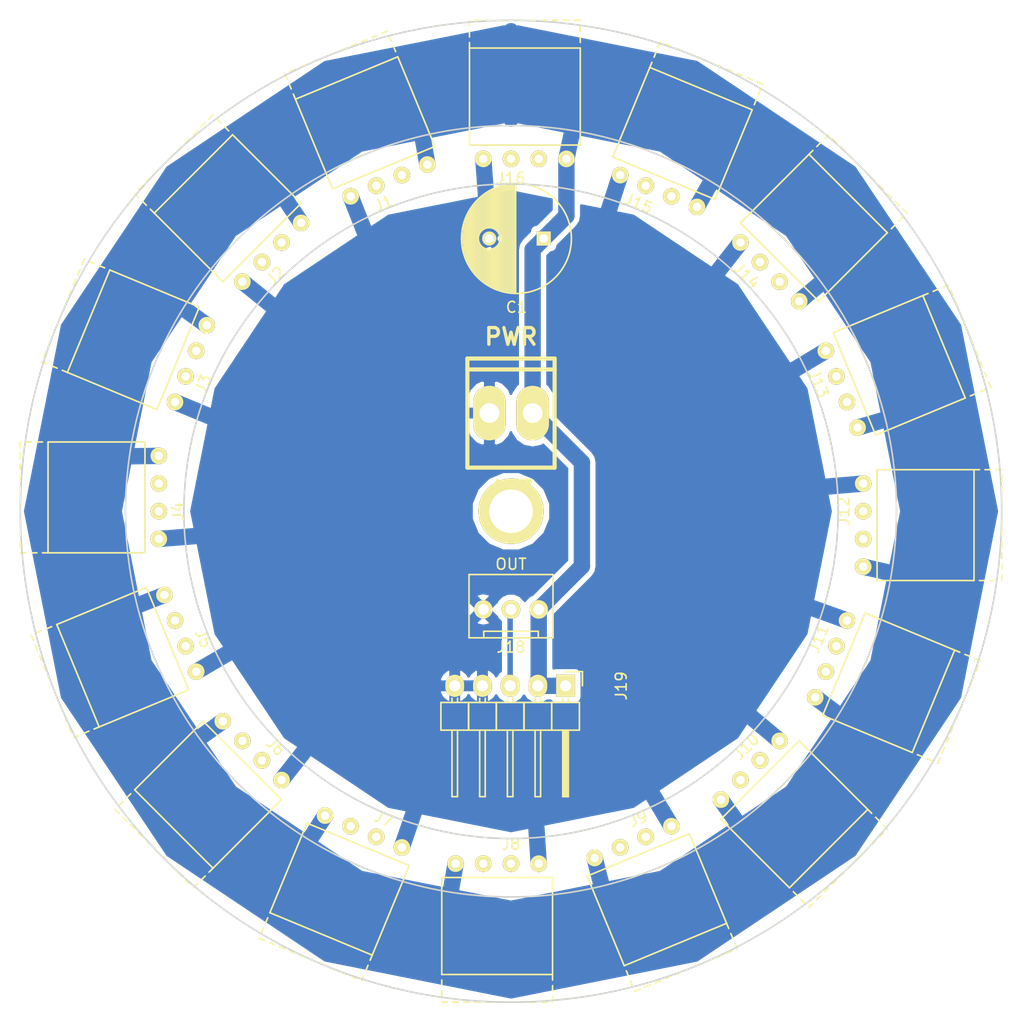
<source format=kicad_pcb>
(kicad_pcb (version 4) (host pcbnew 4.0.0-rc1-stable)

  (general
    (links 41)
    (no_connects 0)
    (area 52.859 52.859 146.991 147.000001)
    (thickness 1.6)
    (drawings 3)
    (tracks 91)
    (zones 0)
    (modules 21)
    (nets 36)
  )

  (page A4)
  (layers
    (0 F.Cu signal)
    (31 B.Cu signal)
    (32 B.Adhes user)
    (33 F.Adhes user)
    (34 B.Paste user)
    (35 F.Paste user)
    (36 B.SilkS user)
    (37 F.SilkS user)
    (38 B.Mask user)
    (39 F.Mask user)
    (40 Dwgs.User user)
    (41 Cmts.User user)
    (42 Eco1.User user)
    (43 Eco2.User user)
    (44 Edge.Cuts user)
    (45 Margin user)
    (46 B.CrtYd user)
    (47 F.CrtYd user)
    (48 B.Fab user)
    (49 F.Fab user)
  )

  (setup
    (last_trace_width 1.5)
    (user_trace_width 0.5)
    (user_trace_width 1)
    (user_trace_width 1.5)
    (user_trace_width 2)
    (trace_clearance 0.2)
    (zone_clearance 0.5)
    (zone_45_only no)
    (trace_min 0.2)
    (segment_width 0.2)
    (edge_width 0.15)
    (via_size 0.6)
    (via_drill 0.4)
    (via_min_size 0.4)
    (via_min_drill 0.3)
    (uvia_size 0.3)
    (uvia_drill 0.1)
    (uvias_allowed no)
    (uvia_min_size 0.2)
    (uvia_min_drill 0.1)
    (pcb_text_width 0.3)
    (pcb_text_size 1.5 1.5)
    (mod_edge_width 0.15)
    (mod_text_size 1 1)
    (mod_text_width 0.15)
    (pad_size 1.524 1.524)
    (pad_drill 0.762)
    (pad_to_mask_clearance 0.2)
    (aux_axis_origin 0 0)
    (visible_elements FFFFFF7F)
    (pcbplotparams
      (layerselection 0x00030_80000001)
      (usegerberextensions false)
      (excludeedgelayer true)
      (linewidth 0.100000)
      (plotframeref false)
      (viasonmask false)
      (mode 1)
      (useauxorigin false)
      (hpglpennumber 1)
      (hpglpenspeed 20)
      (hpglpendiameter 15)
      (hpglpenoverlay 2)
      (psnegative false)
      (psa4output false)
      (plotreference true)
      (plotvalue true)
      (plotinvisibletext false)
      (padsonsilk false)
      (subtractmaskfromsilk false)
      (outputformat 1)
      (mirror false)
      (drillshape 1)
      (scaleselection 1)
      (outputdirectory ""))
  )

  (net 0 "")
  (net 1 VCC)
  (net 2 GND)
  (net 3 "Net-(J1-Pad2)")
  (net 4 "Net-(J1-Pad3)")
  (net 5 "Net-(J2-Pad2)")
  (net 6 "Net-(J2-Pad3)")
  (net 7 "Net-(J3-Pad2)")
  (net 8 "Net-(J3-Pad3)")
  (net 9 "Net-(J4-Pad2)")
  (net 10 "Net-(J4-Pad3)")
  (net 11 "Net-(J5-Pad2)")
  (net 12 "Net-(J5-Pad3)")
  (net 13 "Net-(J6-Pad2)")
  (net 14 "Net-(J6-Pad3)")
  (net 15 "Net-(J7-Pad2)")
  (net 16 "Net-(J7-Pad3)")
  (net 17 "Net-(J8-Pad2)")
  (net 18 "Net-(J8-Pad3)")
  (net 19 "Net-(J9-Pad2)")
  (net 20 "Net-(J9-Pad3)")
  (net 21 "Net-(J10-Pad2)")
  (net 22 "Net-(J10-Pad3)")
  (net 23 "Net-(J11-Pad2)")
  (net 24 "Net-(J11-Pad3)")
  (net 25 "Net-(J12-Pad2)")
  (net 26 "Net-(J12-Pad3)")
  (net 27 "Net-(J13-Pad2)")
  (net 28 "Net-(J13-Pad3)")
  (net 29 "Net-(J14-Pad2)")
  (net 30 "Net-(J14-Pad3)")
  (net 31 "Net-(J15-Pad2)")
  (net 32 "Net-(J15-Pad3)")
  (net 33 "Net-(J16-Pad2)")
  (net 34 "Net-(J16-Pad3)")
  (net 35 "Net-(J18-Pad2)")

  (net_class Default "This is the default net class."
    (clearance 0.2)
    (trace_width 0.25)
    (via_dia 0.6)
    (via_drill 0.4)
    (uvia_dia 0.3)
    (uvia_drill 0.1)
    (add_net GND)
    (add_net "Net-(J1-Pad2)")
    (add_net "Net-(J1-Pad3)")
    (add_net "Net-(J10-Pad2)")
    (add_net "Net-(J10-Pad3)")
    (add_net "Net-(J11-Pad2)")
    (add_net "Net-(J11-Pad3)")
    (add_net "Net-(J12-Pad2)")
    (add_net "Net-(J12-Pad3)")
    (add_net "Net-(J13-Pad2)")
    (add_net "Net-(J13-Pad3)")
    (add_net "Net-(J14-Pad2)")
    (add_net "Net-(J14-Pad3)")
    (add_net "Net-(J15-Pad2)")
    (add_net "Net-(J15-Pad3)")
    (add_net "Net-(J16-Pad2)")
    (add_net "Net-(J16-Pad3)")
    (add_net "Net-(J18-Pad2)")
    (add_net "Net-(J2-Pad2)")
    (add_net "Net-(J2-Pad3)")
    (add_net "Net-(J3-Pad2)")
    (add_net "Net-(J3-Pad3)")
    (add_net "Net-(J4-Pad2)")
    (add_net "Net-(J4-Pad3)")
    (add_net "Net-(J5-Pad2)")
    (add_net "Net-(J5-Pad3)")
    (add_net "Net-(J6-Pad2)")
    (add_net "Net-(J6-Pad3)")
    (add_net "Net-(J7-Pad2)")
    (add_net "Net-(J7-Pad3)")
    (add_net "Net-(J8-Pad2)")
    (add_net "Net-(J8-Pad3)")
    (add_net "Net-(J9-Pad2)")
    (add_net "Net-(J9-Pad3)")
    (add_net VCC)
  )

  (module Capacitors_ThroughHole:C_Radial_D10_L13_P5 (layer F.Cu) (tedit 0) (tstamp 56723EEC)
    (at 153 75 180)
    (descr "Radial Electrolytic Capacitor Diameter 10mm x Length 13mm, Pitch 5mm")
    (tags "Electrolytic Capacitor")
    (path /5671F7E8)
    (fp_text reference C1 (at 2.5 -6.3 180) (layer F.SilkS)
      (effects (font (size 1 1) (thickness 0.15)))
    )
    (fp_text value 1000uF/10V (at 2.5 6.3 180) (layer F.Fab)
      (effects (font (size 1 1) (thickness 0.15)))
    )
    (fp_line (start 2.575 -4.999) (end 2.575 4.999) (layer F.SilkS) (width 0.15))
    (fp_line (start 2.715 -4.995) (end 2.715 4.995) (layer F.SilkS) (width 0.15))
    (fp_line (start 2.855 -4.987) (end 2.855 4.987) (layer F.SilkS) (width 0.15))
    (fp_line (start 2.995 -4.975) (end 2.995 4.975) (layer F.SilkS) (width 0.15))
    (fp_line (start 3.135 -4.96) (end 3.135 4.96) (layer F.SilkS) (width 0.15))
    (fp_line (start 3.275 -4.94) (end 3.275 4.94) (layer F.SilkS) (width 0.15))
    (fp_line (start 3.415 -4.916) (end 3.415 4.916) (layer F.SilkS) (width 0.15))
    (fp_line (start 3.555 -4.887) (end 3.555 4.887) (layer F.SilkS) (width 0.15))
    (fp_line (start 3.695 -4.855) (end 3.695 4.855) (layer F.SilkS) (width 0.15))
    (fp_line (start 3.835 -4.818) (end 3.835 4.818) (layer F.SilkS) (width 0.15))
    (fp_line (start 3.975 -4.777) (end 3.975 4.777) (layer F.SilkS) (width 0.15))
    (fp_line (start 4.115 -4.732) (end 4.115 -0.466) (layer F.SilkS) (width 0.15))
    (fp_line (start 4.115 0.466) (end 4.115 4.732) (layer F.SilkS) (width 0.15))
    (fp_line (start 4.255 -4.682) (end 4.255 -0.667) (layer F.SilkS) (width 0.15))
    (fp_line (start 4.255 0.667) (end 4.255 4.682) (layer F.SilkS) (width 0.15))
    (fp_line (start 4.395 -4.627) (end 4.395 -0.796) (layer F.SilkS) (width 0.15))
    (fp_line (start 4.395 0.796) (end 4.395 4.627) (layer F.SilkS) (width 0.15))
    (fp_line (start 4.535 -4.567) (end 4.535 -0.885) (layer F.SilkS) (width 0.15))
    (fp_line (start 4.535 0.885) (end 4.535 4.567) (layer F.SilkS) (width 0.15))
    (fp_line (start 4.675 -4.502) (end 4.675 -0.946) (layer F.SilkS) (width 0.15))
    (fp_line (start 4.675 0.946) (end 4.675 4.502) (layer F.SilkS) (width 0.15))
    (fp_line (start 4.815 -4.432) (end 4.815 -0.983) (layer F.SilkS) (width 0.15))
    (fp_line (start 4.815 0.983) (end 4.815 4.432) (layer F.SilkS) (width 0.15))
    (fp_line (start 4.955 -4.356) (end 4.955 -0.999) (layer F.SilkS) (width 0.15))
    (fp_line (start 4.955 0.999) (end 4.955 4.356) (layer F.SilkS) (width 0.15))
    (fp_line (start 5.095 -4.274) (end 5.095 -0.995) (layer F.SilkS) (width 0.15))
    (fp_line (start 5.095 0.995) (end 5.095 4.274) (layer F.SilkS) (width 0.15))
    (fp_line (start 5.235 -4.186) (end 5.235 -0.972) (layer F.SilkS) (width 0.15))
    (fp_line (start 5.235 0.972) (end 5.235 4.186) (layer F.SilkS) (width 0.15))
    (fp_line (start 5.375 -4.091) (end 5.375 -0.927) (layer F.SilkS) (width 0.15))
    (fp_line (start 5.375 0.927) (end 5.375 4.091) (layer F.SilkS) (width 0.15))
    (fp_line (start 5.515 -3.989) (end 5.515 -0.857) (layer F.SilkS) (width 0.15))
    (fp_line (start 5.515 0.857) (end 5.515 3.989) (layer F.SilkS) (width 0.15))
    (fp_line (start 5.655 -3.879) (end 5.655 -0.756) (layer F.SilkS) (width 0.15))
    (fp_line (start 5.655 0.756) (end 5.655 3.879) (layer F.SilkS) (width 0.15))
    (fp_line (start 5.795 -3.761) (end 5.795 -0.607) (layer F.SilkS) (width 0.15))
    (fp_line (start 5.795 0.607) (end 5.795 3.761) (layer F.SilkS) (width 0.15))
    (fp_line (start 5.935 -3.633) (end 5.935 -0.355) (layer F.SilkS) (width 0.15))
    (fp_line (start 5.935 0.355) (end 5.935 3.633) (layer F.SilkS) (width 0.15))
    (fp_line (start 6.075 -3.496) (end 6.075 3.496) (layer F.SilkS) (width 0.15))
    (fp_line (start 6.215 -3.346) (end 6.215 3.346) (layer F.SilkS) (width 0.15))
    (fp_line (start 6.355 -3.184) (end 6.355 3.184) (layer F.SilkS) (width 0.15))
    (fp_line (start 6.495 -3.007) (end 6.495 3.007) (layer F.SilkS) (width 0.15))
    (fp_line (start 6.635 -2.811) (end 6.635 2.811) (layer F.SilkS) (width 0.15))
    (fp_line (start 6.775 -2.593) (end 6.775 2.593) (layer F.SilkS) (width 0.15))
    (fp_line (start 6.915 -2.347) (end 6.915 2.347) (layer F.SilkS) (width 0.15))
    (fp_line (start 7.055 -2.062) (end 7.055 2.062) (layer F.SilkS) (width 0.15))
    (fp_line (start 7.195 -1.72) (end 7.195 1.72) (layer F.SilkS) (width 0.15))
    (fp_line (start 7.335 -1.274) (end 7.335 1.274) (layer F.SilkS) (width 0.15))
    (fp_line (start 7.475 -0.499) (end 7.475 0.499) (layer F.SilkS) (width 0.15))
    (fp_circle (center 5 0) (end 5 -1) (layer F.SilkS) (width 0.15))
    (fp_circle (center 2.5 0) (end 2.5 -5.0375) (layer F.SilkS) (width 0.15))
    (fp_circle (center 2.5 0) (end 2.5 -5.3) (layer F.CrtYd) (width 0.05))
    (pad 1 thru_hole rect (at 0 0 180) (size 1.3 1.3) (drill 0.8) (layers *.Cu *.Mask F.SilkS)
      (net 1 VCC))
    (pad 2 thru_hole circle (at 5 0 180) (size 1.3 1.3) (drill 0.8) (layers *.Cu *.Mask F.SilkS)
      (net 2 GND))
    (model Capacitors_ThroughHole.3dshapes/C_Radial_D10_L13_P5.wrl
      (at (xyz 0.0984252 0 0))
      (scale (xyz 1 1 1))
      (rotate (xyz 0 0 90))
    )
  )

  (module BS_LIB:hdr_f_01x4 (layer F.Cu) (tedit 5671CD47) (tstamp 56723F07)
    (at 132.77925 58.42542 22.5)
    (path /5671F418)
    (fp_text reference J1 (at 0 14.478 22.5) (layer F.SilkS)
      (effects (font (size 1 1) (thickness 0.15)))
    )
    (fp_text value CONN_01X04 (at 0 -1.016 22.5) (layer F.Fab)
      (effects (font (size 1 1) (thickness 0.15)))
    )
    (fp_line (start -3.81 2.032) (end -3.81 2.54) (layer F.SilkS) (width 0.15))
    (fp_line (start -3.81 1.016) (end -3.81 1.524) (layer F.SilkS) (width 0.15))
    (fp_line (start -3.81 0) (end -3.81 0.508) (layer F.SilkS) (width 0.15))
    (fp_line (start -2.794 0) (end -3.302 0) (layer F.SilkS) (width 0.15))
    (fp_line (start -1.778 0) (end -2.286 0) (layer F.SilkS) (width 0.15))
    (fp_line (start -0.762 0) (end -1.27 0) (layer F.SilkS) (width 0.15))
    (fp_line (start 0.254 0) (end -0.254 0) (layer F.SilkS) (width 0.15))
    (fp_line (start 1.27 0) (end 0.762 0) (layer F.SilkS) (width 0.15))
    (fp_line (start 2.286 0) (end 1.778 0) (layer F.SilkS) (width 0.15))
    (fp_line (start 3.302 0) (end 2.794 0) (layer F.SilkS) (width 0.15))
    (fp_line (start 4.318 0) (end 3.81 0) (layer F.SilkS) (width 0.15))
    (fp_line (start 5.334 0) (end 4.826 0) (layer F.SilkS) (width 0.15))
    (fp_line (start 6.35 0) (end 5.842 0) (layer F.SilkS) (width 0.15))
    (fp_line (start 6.35 1.016) (end 6.35 0.508) (layer F.SilkS) (width 0.15))
    (fp_line (start 6.35 2.032) (end 6.35 1.524) (layer F.SilkS) (width 0.15))
    (fp_line (start -3.81 2.54) (end -3.81 11.43) (layer F.SilkS) (width 0.15))
    (fp_line (start -3.81 11.43) (end 6.35 11.43) (layer F.SilkS) (width 0.15))
    (fp_line (start 6.35 11.43) (end 6.35 2.54) (layer F.SilkS) (width 0.15))
    (fp_line (start 6.35 2.54) (end -3.81 2.54) (layer F.SilkS) (width 0.15))
    (pad 1 thru_hole circle (at -2.54 12.7 22.5) (size 1.524 1.524) (drill 0.762) (layers *.Cu *.Mask F.SilkS)
      (net 2 GND))
    (pad 2 thru_hole circle (at 0 12.7 22.5) (size 1.524 1.524) (drill 0.762) (layers *.Cu *.Mask F.SilkS)
      (net 3 "Net-(J1-Pad2)"))
    (pad 3 thru_hole circle (at 2.54 12.7 22.5) (size 1.524 1.524) (drill 0.762) (layers *.Cu *.Mask F.SilkS)
      (net 4 "Net-(J1-Pad3)"))
    (pad 4 thru_hole circle (at 5.08 12.7 22.5) (size 1.524 1.524) (drill 0.762) (layers *.Cu *.Mask F.SilkS)
      (net 1 VCC))
  )

  (module BS_LIB:hdr_f_01x4 (layer F.Cu) (tedit 5671CD47) (tstamp 56723F22)
    (at 118.18019 68.18019 45)
    (path /5671F63E)
    (fp_text reference J2 (at 0 14.478 45) (layer F.SilkS)
      (effects (font (size 1 1) (thickness 0.15)))
    )
    (fp_text value CONN_01X04 (at 0 -1.016 45) (layer F.Fab)
      (effects (font (size 1 1) (thickness 0.15)))
    )
    (fp_line (start -3.81 2.032) (end -3.81 2.54) (layer F.SilkS) (width 0.15))
    (fp_line (start -3.81 1.016) (end -3.81 1.524) (layer F.SilkS) (width 0.15))
    (fp_line (start -3.81 0) (end -3.81 0.508) (layer F.SilkS) (width 0.15))
    (fp_line (start -2.794 0) (end -3.302 0) (layer F.SilkS) (width 0.15))
    (fp_line (start -1.778 0) (end -2.286 0) (layer F.SilkS) (width 0.15))
    (fp_line (start -0.762 0) (end -1.27 0) (layer F.SilkS) (width 0.15))
    (fp_line (start 0.254 0) (end -0.254 0) (layer F.SilkS) (width 0.15))
    (fp_line (start 1.27 0) (end 0.762 0) (layer F.SilkS) (width 0.15))
    (fp_line (start 2.286 0) (end 1.778 0) (layer F.SilkS) (width 0.15))
    (fp_line (start 3.302 0) (end 2.794 0) (layer F.SilkS) (width 0.15))
    (fp_line (start 4.318 0) (end 3.81 0) (layer F.SilkS) (width 0.15))
    (fp_line (start 5.334 0) (end 4.826 0) (layer F.SilkS) (width 0.15))
    (fp_line (start 6.35 0) (end 5.842 0) (layer F.SilkS) (width 0.15))
    (fp_line (start 6.35 1.016) (end 6.35 0.508) (layer F.SilkS) (width 0.15))
    (fp_line (start 6.35 2.032) (end 6.35 1.524) (layer F.SilkS) (width 0.15))
    (fp_line (start -3.81 2.54) (end -3.81 11.43) (layer F.SilkS) (width 0.15))
    (fp_line (start -3.81 11.43) (end 6.35 11.43) (layer F.SilkS) (width 0.15))
    (fp_line (start 6.35 11.43) (end 6.35 2.54) (layer F.SilkS) (width 0.15))
    (fp_line (start 6.35 2.54) (end -3.81 2.54) (layer F.SilkS) (width 0.15))
    (pad 1 thru_hole circle (at -2.54 12.7 45) (size 1.524 1.524) (drill 0.762) (layers *.Cu *.Mask F.SilkS)
      (net 2 GND))
    (pad 2 thru_hole circle (at 0 12.7 45) (size 1.524 1.524) (drill 0.762) (layers *.Cu *.Mask F.SilkS)
      (net 5 "Net-(J2-Pad2)"))
    (pad 3 thru_hole circle (at 2.54 12.7 45) (size 1.524 1.524) (drill 0.762) (layers *.Cu *.Mask F.SilkS)
      (net 6 "Net-(J2-Pad3)"))
    (pad 4 thru_hole circle (at 5.08 12.7 45) (size 1.524 1.524) (drill 0.762) (layers *.Cu *.Mask F.SilkS)
      (net 1 VCC))
  )

  (module BS_LIB:hdr_f_01x4 (layer F.Cu) (tedit 5671CD47) (tstamp 56723F3D)
    (at 108.42542 82.77925 67.5)
    (path /5671F736)
    (fp_text reference J3 (at 0 14.478 67.5) (layer F.SilkS)
      (effects (font (size 1 1) (thickness 0.15)))
    )
    (fp_text value CONN_01X04 (at 0 -1.016 67.5) (layer F.Fab)
      (effects (font (size 1 1) (thickness 0.15)))
    )
    (fp_line (start -3.81 2.032) (end -3.81 2.54) (layer F.SilkS) (width 0.15))
    (fp_line (start -3.81 1.016) (end -3.81 1.524) (layer F.SilkS) (width 0.15))
    (fp_line (start -3.81 0) (end -3.81 0.508) (layer F.SilkS) (width 0.15))
    (fp_line (start -2.794 0) (end -3.302 0) (layer F.SilkS) (width 0.15))
    (fp_line (start -1.778 0) (end -2.286 0) (layer F.SilkS) (width 0.15))
    (fp_line (start -0.762 0) (end -1.27 0) (layer F.SilkS) (width 0.15))
    (fp_line (start 0.254 0) (end -0.254 0) (layer F.SilkS) (width 0.15))
    (fp_line (start 1.27 0) (end 0.762 0) (layer F.SilkS) (width 0.15))
    (fp_line (start 2.286 0) (end 1.778 0) (layer F.SilkS) (width 0.15))
    (fp_line (start 3.302 0) (end 2.794 0) (layer F.SilkS) (width 0.15))
    (fp_line (start 4.318 0) (end 3.81 0) (layer F.SilkS) (width 0.15))
    (fp_line (start 5.334 0) (end 4.826 0) (layer F.SilkS) (width 0.15))
    (fp_line (start 6.35 0) (end 5.842 0) (layer F.SilkS) (width 0.15))
    (fp_line (start 6.35 1.016) (end 6.35 0.508) (layer F.SilkS) (width 0.15))
    (fp_line (start 6.35 2.032) (end 6.35 1.524) (layer F.SilkS) (width 0.15))
    (fp_line (start -3.81 2.54) (end -3.81 11.43) (layer F.SilkS) (width 0.15))
    (fp_line (start -3.81 11.43) (end 6.35 11.43) (layer F.SilkS) (width 0.15))
    (fp_line (start 6.35 11.43) (end 6.35 2.54) (layer F.SilkS) (width 0.15))
    (fp_line (start 6.35 2.54) (end -3.81 2.54) (layer F.SilkS) (width 0.15))
    (pad 1 thru_hole circle (at -2.54 12.7 67.5) (size 1.524 1.524) (drill 0.762) (layers *.Cu *.Mask F.SilkS)
      (net 2 GND))
    (pad 2 thru_hole circle (at 0 12.7 67.5) (size 1.524 1.524) (drill 0.762) (layers *.Cu *.Mask F.SilkS)
      (net 7 "Net-(J3-Pad2)"))
    (pad 3 thru_hole circle (at 2.54 12.7 67.5) (size 1.524 1.524) (drill 0.762) (layers *.Cu *.Mask F.SilkS)
      (net 8 "Net-(J3-Pad3)"))
    (pad 4 thru_hole circle (at 5.08 12.7 67.5) (size 1.524 1.524) (drill 0.762) (layers *.Cu *.Mask F.SilkS)
      (net 1 VCC))
  )

  (module BS_LIB:hdr_f_01x4 (layer F.Cu) (tedit 5671CD47) (tstamp 56723F58)
    (at 105 100 90)
    (path /5671F786)
    (fp_text reference J4 (at 0 14.478 90) (layer F.SilkS)
      (effects (font (size 1 1) (thickness 0.15)))
    )
    (fp_text value CONN_01X04 (at 0 -1.016 90) (layer F.Fab)
      (effects (font (size 1 1) (thickness 0.15)))
    )
    (fp_line (start -3.81 2.032) (end -3.81 2.54) (layer F.SilkS) (width 0.15))
    (fp_line (start -3.81 1.016) (end -3.81 1.524) (layer F.SilkS) (width 0.15))
    (fp_line (start -3.81 0) (end -3.81 0.508) (layer F.SilkS) (width 0.15))
    (fp_line (start -2.794 0) (end -3.302 0) (layer F.SilkS) (width 0.15))
    (fp_line (start -1.778 0) (end -2.286 0) (layer F.SilkS) (width 0.15))
    (fp_line (start -0.762 0) (end -1.27 0) (layer F.SilkS) (width 0.15))
    (fp_line (start 0.254 0) (end -0.254 0) (layer F.SilkS) (width 0.15))
    (fp_line (start 1.27 0) (end 0.762 0) (layer F.SilkS) (width 0.15))
    (fp_line (start 2.286 0) (end 1.778 0) (layer F.SilkS) (width 0.15))
    (fp_line (start 3.302 0) (end 2.794 0) (layer F.SilkS) (width 0.15))
    (fp_line (start 4.318 0) (end 3.81 0) (layer F.SilkS) (width 0.15))
    (fp_line (start 5.334 0) (end 4.826 0) (layer F.SilkS) (width 0.15))
    (fp_line (start 6.35 0) (end 5.842 0) (layer F.SilkS) (width 0.15))
    (fp_line (start 6.35 1.016) (end 6.35 0.508) (layer F.SilkS) (width 0.15))
    (fp_line (start 6.35 2.032) (end 6.35 1.524) (layer F.SilkS) (width 0.15))
    (fp_line (start -3.81 2.54) (end -3.81 11.43) (layer F.SilkS) (width 0.15))
    (fp_line (start -3.81 11.43) (end 6.35 11.43) (layer F.SilkS) (width 0.15))
    (fp_line (start 6.35 11.43) (end 6.35 2.54) (layer F.SilkS) (width 0.15))
    (fp_line (start 6.35 2.54) (end -3.81 2.54) (layer F.SilkS) (width 0.15))
    (pad 1 thru_hole circle (at -2.54 12.7 90) (size 1.524 1.524) (drill 0.762) (layers *.Cu *.Mask F.SilkS)
      (net 2 GND))
    (pad 2 thru_hole circle (at 0 12.7 90) (size 1.524 1.524) (drill 0.762) (layers *.Cu *.Mask F.SilkS)
      (net 9 "Net-(J4-Pad2)"))
    (pad 3 thru_hole circle (at 2.54 12.7 90) (size 1.524 1.524) (drill 0.762) (layers *.Cu *.Mask F.SilkS)
      (net 10 "Net-(J4-Pad3)"))
    (pad 4 thru_hole circle (at 5.08 12.7 90) (size 1.524 1.524) (drill 0.762) (layers *.Cu *.Mask F.SilkS)
      (net 1 VCC))
  )

  (module BS_LIB:hdr_f_01x4 (layer F.Cu) (tedit 5671CD47) (tstamp 56723F73)
    (at 108.42542 117.22075 112.5)
    (path /5671F51C)
    (fp_text reference J5 (at 0 14.478 112.5) (layer F.SilkS)
      (effects (font (size 1 1) (thickness 0.15)))
    )
    (fp_text value CONN_01X04 (at 0 -1.016 112.5) (layer F.Fab)
      (effects (font (size 1 1) (thickness 0.15)))
    )
    (fp_line (start -3.81 2.032) (end -3.81 2.54) (layer F.SilkS) (width 0.15))
    (fp_line (start -3.81 1.016) (end -3.81 1.524) (layer F.SilkS) (width 0.15))
    (fp_line (start -3.81 0) (end -3.81 0.508) (layer F.SilkS) (width 0.15))
    (fp_line (start -2.794 0) (end -3.302 0) (layer F.SilkS) (width 0.15))
    (fp_line (start -1.778 0) (end -2.286 0) (layer F.SilkS) (width 0.15))
    (fp_line (start -0.762 0) (end -1.27 0) (layer F.SilkS) (width 0.15))
    (fp_line (start 0.254 0) (end -0.254 0) (layer F.SilkS) (width 0.15))
    (fp_line (start 1.27 0) (end 0.762 0) (layer F.SilkS) (width 0.15))
    (fp_line (start 2.286 0) (end 1.778 0) (layer F.SilkS) (width 0.15))
    (fp_line (start 3.302 0) (end 2.794 0) (layer F.SilkS) (width 0.15))
    (fp_line (start 4.318 0) (end 3.81 0) (layer F.SilkS) (width 0.15))
    (fp_line (start 5.334 0) (end 4.826 0) (layer F.SilkS) (width 0.15))
    (fp_line (start 6.35 0) (end 5.842 0) (layer F.SilkS) (width 0.15))
    (fp_line (start 6.35 1.016) (end 6.35 0.508) (layer F.SilkS) (width 0.15))
    (fp_line (start 6.35 2.032) (end 6.35 1.524) (layer F.SilkS) (width 0.15))
    (fp_line (start -3.81 2.54) (end -3.81 11.43) (layer F.SilkS) (width 0.15))
    (fp_line (start -3.81 11.43) (end 6.35 11.43) (layer F.SilkS) (width 0.15))
    (fp_line (start 6.35 11.43) (end 6.35 2.54) (layer F.SilkS) (width 0.15))
    (fp_line (start 6.35 2.54) (end -3.81 2.54) (layer F.SilkS) (width 0.15))
    (pad 1 thru_hole circle (at -2.54 12.7 112.5) (size 1.524 1.524) (drill 0.762) (layers *.Cu *.Mask F.SilkS)
      (net 2 GND))
    (pad 2 thru_hole circle (at 0 12.7 112.5) (size 1.524 1.524) (drill 0.762) (layers *.Cu *.Mask F.SilkS)
      (net 11 "Net-(J5-Pad2)"))
    (pad 3 thru_hole circle (at 2.54 12.7 112.5) (size 1.524 1.524) (drill 0.762) (layers *.Cu *.Mask F.SilkS)
      (net 12 "Net-(J5-Pad3)"))
    (pad 4 thru_hole circle (at 5.08 12.7 112.5) (size 1.524 1.524) (drill 0.762) (layers *.Cu *.Mask F.SilkS)
      (net 1 VCC))
  )

  (module BS_LIB:hdr_f_01x4 (layer F.Cu) (tedit 5671CD47) (tstamp 56723F8E)
    (at 118.18019 131.81981 135)
    (path /5671F652)
    (fp_text reference J6 (at 0 14.478 135) (layer F.SilkS)
      (effects (font (size 1 1) (thickness 0.15)))
    )
    (fp_text value CONN_01X04 (at 0 -1.016 135) (layer F.Fab)
      (effects (font (size 1 1) (thickness 0.15)))
    )
    (fp_line (start -3.81 2.032) (end -3.81 2.54) (layer F.SilkS) (width 0.15))
    (fp_line (start -3.81 1.016) (end -3.81 1.524) (layer F.SilkS) (width 0.15))
    (fp_line (start -3.81 0) (end -3.81 0.508) (layer F.SilkS) (width 0.15))
    (fp_line (start -2.794 0) (end -3.302 0) (layer F.SilkS) (width 0.15))
    (fp_line (start -1.778 0) (end -2.286 0) (layer F.SilkS) (width 0.15))
    (fp_line (start -0.762 0) (end -1.27 0) (layer F.SilkS) (width 0.15))
    (fp_line (start 0.254 0) (end -0.254 0) (layer F.SilkS) (width 0.15))
    (fp_line (start 1.27 0) (end 0.762 0) (layer F.SilkS) (width 0.15))
    (fp_line (start 2.286 0) (end 1.778 0) (layer F.SilkS) (width 0.15))
    (fp_line (start 3.302 0) (end 2.794 0) (layer F.SilkS) (width 0.15))
    (fp_line (start 4.318 0) (end 3.81 0) (layer F.SilkS) (width 0.15))
    (fp_line (start 5.334 0) (end 4.826 0) (layer F.SilkS) (width 0.15))
    (fp_line (start 6.35 0) (end 5.842 0) (layer F.SilkS) (width 0.15))
    (fp_line (start 6.35 1.016) (end 6.35 0.508) (layer F.SilkS) (width 0.15))
    (fp_line (start 6.35 2.032) (end 6.35 1.524) (layer F.SilkS) (width 0.15))
    (fp_line (start -3.81 2.54) (end -3.81 11.43) (layer F.SilkS) (width 0.15))
    (fp_line (start -3.81 11.43) (end 6.35 11.43) (layer F.SilkS) (width 0.15))
    (fp_line (start 6.35 11.43) (end 6.35 2.54) (layer F.SilkS) (width 0.15))
    (fp_line (start 6.35 2.54) (end -3.81 2.54) (layer F.SilkS) (width 0.15))
    (pad 1 thru_hole circle (at -2.54 12.7 135) (size 1.524 1.524) (drill 0.762) (layers *.Cu *.Mask F.SilkS)
      (net 2 GND))
    (pad 2 thru_hole circle (at 0 12.7 135) (size 1.524 1.524) (drill 0.762) (layers *.Cu *.Mask F.SilkS)
      (net 13 "Net-(J6-Pad2)"))
    (pad 3 thru_hole circle (at 2.54 12.7 135) (size 1.524 1.524) (drill 0.762) (layers *.Cu *.Mask F.SilkS)
      (net 14 "Net-(J6-Pad3)"))
    (pad 4 thru_hole circle (at 5.08 12.7 135) (size 1.524 1.524) (drill 0.762) (layers *.Cu *.Mask F.SilkS)
      (net 1 VCC))
  )

  (module BS_LIB:hdr_f_01x4 (layer F.Cu) (tedit 5671CD47) (tstamp 56723FA9)
    (at 132.77925 141.57458 157.5)
    (path /5671F74A)
    (fp_text reference J7 (at 0 14.478 157.5) (layer F.SilkS)
      (effects (font (size 1 1) (thickness 0.15)))
    )
    (fp_text value CONN_01X04 (at 0 -1.016 157.5) (layer F.Fab)
      (effects (font (size 1 1) (thickness 0.15)))
    )
    (fp_line (start -3.81 2.032) (end -3.81 2.54) (layer F.SilkS) (width 0.15))
    (fp_line (start -3.81 1.016) (end -3.81 1.524) (layer F.SilkS) (width 0.15))
    (fp_line (start -3.81 0) (end -3.81 0.508) (layer F.SilkS) (width 0.15))
    (fp_line (start -2.794 0) (end -3.302 0) (layer F.SilkS) (width 0.15))
    (fp_line (start -1.778 0) (end -2.286 0) (layer F.SilkS) (width 0.15))
    (fp_line (start -0.762 0) (end -1.27 0) (layer F.SilkS) (width 0.15))
    (fp_line (start 0.254 0) (end -0.254 0) (layer F.SilkS) (width 0.15))
    (fp_line (start 1.27 0) (end 0.762 0) (layer F.SilkS) (width 0.15))
    (fp_line (start 2.286 0) (end 1.778 0) (layer F.SilkS) (width 0.15))
    (fp_line (start 3.302 0) (end 2.794 0) (layer F.SilkS) (width 0.15))
    (fp_line (start 4.318 0) (end 3.81 0) (layer F.SilkS) (width 0.15))
    (fp_line (start 5.334 0) (end 4.826 0) (layer F.SilkS) (width 0.15))
    (fp_line (start 6.35 0) (end 5.842 0) (layer F.SilkS) (width 0.15))
    (fp_line (start 6.35 1.016) (end 6.35 0.508) (layer F.SilkS) (width 0.15))
    (fp_line (start 6.35 2.032) (end 6.35 1.524) (layer F.SilkS) (width 0.15))
    (fp_line (start -3.81 2.54) (end -3.81 11.43) (layer F.SilkS) (width 0.15))
    (fp_line (start -3.81 11.43) (end 6.35 11.43) (layer F.SilkS) (width 0.15))
    (fp_line (start 6.35 11.43) (end 6.35 2.54) (layer F.SilkS) (width 0.15))
    (fp_line (start 6.35 2.54) (end -3.81 2.54) (layer F.SilkS) (width 0.15))
    (pad 1 thru_hole circle (at -2.54 12.7 157.5) (size 1.524 1.524) (drill 0.762) (layers *.Cu *.Mask F.SilkS)
      (net 2 GND))
    (pad 2 thru_hole circle (at 0 12.7 157.5) (size 1.524 1.524) (drill 0.762) (layers *.Cu *.Mask F.SilkS)
      (net 15 "Net-(J7-Pad2)"))
    (pad 3 thru_hole circle (at 2.54 12.7 157.5) (size 1.524 1.524) (drill 0.762) (layers *.Cu *.Mask F.SilkS)
      (net 16 "Net-(J7-Pad3)"))
    (pad 4 thru_hole circle (at 5.08 12.7 157.5) (size 1.524 1.524) (drill 0.762) (layers *.Cu *.Mask F.SilkS)
      (net 1 VCC))
  )

  (module BS_LIB:hdr_f_01x4 (layer F.Cu) (tedit 5671CD47) (tstamp 56723FC4)
    (at 150 145 180)
    (path /5671F79A)
    (fp_text reference J8 (at 0 14.478 180) (layer F.SilkS)
      (effects (font (size 1 1) (thickness 0.15)))
    )
    (fp_text value CONN_01X04 (at 0 -1.016 180) (layer F.Fab)
      (effects (font (size 1 1) (thickness 0.15)))
    )
    (fp_line (start -3.81 2.032) (end -3.81 2.54) (layer F.SilkS) (width 0.15))
    (fp_line (start -3.81 1.016) (end -3.81 1.524) (layer F.SilkS) (width 0.15))
    (fp_line (start -3.81 0) (end -3.81 0.508) (layer F.SilkS) (width 0.15))
    (fp_line (start -2.794 0) (end -3.302 0) (layer F.SilkS) (width 0.15))
    (fp_line (start -1.778 0) (end -2.286 0) (layer F.SilkS) (width 0.15))
    (fp_line (start -0.762 0) (end -1.27 0) (layer F.SilkS) (width 0.15))
    (fp_line (start 0.254 0) (end -0.254 0) (layer F.SilkS) (width 0.15))
    (fp_line (start 1.27 0) (end 0.762 0) (layer F.SilkS) (width 0.15))
    (fp_line (start 2.286 0) (end 1.778 0) (layer F.SilkS) (width 0.15))
    (fp_line (start 3.302 0) (end 2.794 0) (layer F.SilkS) (width 0.15))
    (fp_line (start 4.318 0) (end 3.81 0) (layer F.SilkS) (width 0.15))
    (fp_line (start 5.334 0) (end 4.826 0) (layer F.SilkS) (width 0.15))
    (fp_line (start 6.35 0) (end 5.842 0) (layer F.SilkS) (width 0.15))
    (fp_line (start 6.35 1.016) (end 6.35 0.508) (layer F.SilkS) (width 0.15))
    (fp_line (start 6.35 2.032) (end 6.35 1.524) (layer F.SilkS) (width 0.15))
    (fp_line (start -3.81 2.54) (end -3.81 11.43) (layer F.SilkS) (width 0.15))
    (fp_line (start -3.81 11.43) (end 6.35 11.43) (layer F.SilkS) (width 0.15))
    (fp_line (start 6.35 11.43) (end 6.35 2.54) (layer F.SilkS) (width 0.15))
    (fp_line (start 6.35 2.54) (end -3.81 2.54) (layer F.SilkS) (width 0.15))
    (pad 1 thru_hole circle (at -2.54 12.7 180) (size 1.524 1.524) (drill 0.762) (layers *.Cu *.Mask F.SilkS)
      (net 2 GND))
    (pad 2 thru_hole circle (at 0 12.7 180) (size 1.524 1.524) (drill 0.762) (layers *.Cu *.Mask F.SilkS)
      (net 17 "Net-(J8-Pad2)"))
    (pad 3 thru_hole circle (at 2.54 12.7 180) (size 1.524 1.524) (drill 0.762) (layers *.Cu *.Mask F.SilkS)
      (net 18 "Net-(J8-Pad3)"))
    (pad 4 thru_hole circle (at 5.08 12.7 180) (size 1.524 1.524) (drill 0.762) (layers *.Cu *.Mask F.SilkS)
      (net 1 VCC))
  )

  (module BS_LIB:hdr_f_01x4 (layer F.Cu) (tedit 5671CD47) (tstamp 56723FDF)
    (at 167.22075 141.57458 202.5)
    (path /5671F582)
    (fp_text reference J9 (at 0 14.478 202.5) (layer F.SilkS)
      (effects (font (size 1 1) (thickness 0.15)))
    )
    (fp_text value CONN_01X04 (at 0 -1.016 202.5) (layer F.Fab)
      (effects (font (size 1 1) (thickness 0.15)))
    )
    (fp_line (start -3.81 2.032) (end -3.81 2.54) (layer F.SilkS) (width 0.15))
    (fp_line (start -3.81 1.016) (end -3.81 1.524) (layer F.SilkS) (width 0.15))
    (fp_line (start -3.81 0) (end -3.81 0.508) (layer F.SilkS) (width 0.15))
    (fp_line (start -2.794 0) (end -3.302 0) (layer F.SilkS) (width 0.15))
    (fp_line (start -1.778 0) (end -2.286 0) (layer F.SilkS) (width 0.15))
    (fp_line (start -0.762 0) (end -1.27 0) (layer F.SilkS) (width 0.15))
    (fp_line (start 0.254 0) (end -0.254 0) (layer F.SilkS) (width 0.15))
    (fp_line (start 1.27 0) (end 0.762 0) (layer F.SilkS) (width 0.15))
    (fp_line (start 2.286 0) (end 1.778 0) (layer F.SilkS) (width 0.15))
    (fp_line (start 3.302 0) (end 2.794 0) (layer F.SilkS) (width 0.15))
    (fp_line (start 4.318 0) (end 3.81 0) (layer F.SilkS) (width 0.15))
    (fp_line (start 5.334 0) (end 4.826 0) (layer F.SilkS) (width 0.15))
    (fp_line (start 6.35 0) (end 5.842 0) (layer F.SilkS) (width 0.15))
    (fp_line (start 6.35 1.016) (end 6.35 0.508) (layer F.SilkS) (width 0.15))
    (fp_line (start 6.35 2.032) (end 6.35 1.524) (layer F.SilkS) (width 0.15))
    (fp_line (start -3.81 2.54) (end -3.81 11.43) (layer F.SilkS) (width 0.15))
    (fp_line (start -3.81 11.43) (end 6.35 11.43) (layer F.SilkS) (width 0.15))
    (fp_line (start 6.35 11.43) (end 6.35 2.54) (layer F.SilkS) (width 0.15))
    (fp_line (start 6.35 2.54) (end -3.81 2.54) (layer F.SilkS) (width 0.15))
    (pad 1 thru_hole circle (at -2.54 12.7 202.5) (size 1.524 1.524) (drill 0.762) (layers *.Cu *.Mask F.SilkS)
      (net 2 GND))
    (pad 2 thru_hole circle (at 0 12.7 202.5) (size 1.524 1.524) (drill 0.762) (layers *.Cu *.Mask F.SilkS)
      (net 19 "Net-(J9-Pad2)"))
    (pad 3 thru_hole circle (at 2.54 12.7 202.5) (size 1.524 1.524) (drill 0.762) (layers *.Cu *.Mask F.SilkS)
      (net 20 "Net-(J9-Pad3)"))
    (pad 4 thru_hole circle (at 5.08 12.7 202.5) (size 1.524 1.524) (drill 0.762) (layers *.Cu *.Mask F.SilkS)
      (net 1 VCC))
  )

  (module BS_LIB:hdr_f_01x4 (layer F.Cu) (tedit 5671CD47) (tstamp 56723FFA)
    (at 181.81981 131.81981 225)
    (path /5671F666)
    (fp_text reference J10 (at 0 14.478 225) (layer F.SilkS)
      (effects (font (size 1 1) (thickness 0.15)))
    )
    (fp_text value CONN_01X04 (at 0 -1.016 225) (layer F.Fab)
      (effects (font (size 1 1) (thickness 0.15)))
    )
    (fp_line (start -3.81 2.032) (end -3.81 2.54) (layer F.SilkS) (width 0.15))
    (fp_line (start -3.81 1.016) (end -3.81 1.524) (layer F.SilkS) (width 0.15))
    (fp_line (start -3.81 0) (end -3.81 0.508) (layer F.SilkS) (width 0.15))
    (fp_line (start -2.794 0) (end -3.302 0) (layer F.SilkS) (width 0.15))
    (fp_line (start -1.778 0) (end -2.286 0) (layer F.SilkS) (width 0.15))
    (fp_line (start -0.762 0) (end -1.27 0) (layer F.SilkS) (width 0.15))
    (fp_line (start 0.254 0) (end -0.254 0) (layer F.SilkS) (width 0.15))
    (fp_line (start 1.27 0) (end 0.762 0) (layer F.SilkS) (width 0.15))
    (fp_line (start 2.286 0) (end 1.778 0) (layer F.SilkS) (width 0.15))
    (fp_line (start 3.302 0) (end 2.794 0) (layer F.SilkS) (width 0.15))
    (fp_line (start 4.318 0) (end 3.81 0) (layer F.SilkS) (width 0.15))
    (fp_line (start 5.334 0) (end 4.826 0) (layer F.SilkS) (width 0.15))
    (fp_line (start 6.35 0) (end 5.842 0) (layer F.SilkS) (width 0.15))
    (fp_line (start 6.35 1.016) (end 6.35 0.508) (layer F.SilkS) (width 0.15))
    (fp_line (start 6.35 2.032) (end 6.35 1.524) (layer F.SilkS) (width 0.15))
    (fp_line (start -3.81 2.54) (end -3.81 11.43) (layer F.SilkS) (width 0.15))
    (fp_line (start -3.81 11.43) (end 6.35 11.43) (layer F.SilkS) (width 0.15))
    (fp_line (start 6.35 11.43) (end 6.35 2.54) (layer F.SilkS) (width 0.15))
    (fp_line (start 6.35 2.54) (end -3.81 2.54) (layer F.SilkS) (width 0.15))
    (pad 1 thru_hole circle (at -2.54 12.7 225) (size 1.524 1.524) (drill 0.762) (layers *.Cu *.Mask F.SilkS)
      (net 2 GND))
    (pad 2 thru_hole circle (at 0 12.7 225) (size 1.524 1.524) (drill 0.762) (layers *.Cu *.Mask F.SilkS)
      (net 21 "Net-(J10-Pad2)"))
    (pad 3 thru_hole circle (at 2.54 12.7 225) (size 1.524 1.524) (drill 0.762) (layers *.Cu *.Mask F.SilkS)
      (net 22 "Net-(J10-Pad3)"))
    (pad 4 thru_hole circle (at 5.08 12.7 225) (size 1.524 1.524) (drill 0.762) (layers *.Cu *.Mask F.SilkS)
      (net 1 VCC))
  )

  (module BS_LIB:hdr_f_01x4 (layer F.Cu) (tedit 5671CD47) (tstamp 56724015)
    (at 191.57458 117.22075 247.5)
    (path /5671F75E)
    (fp_text reference J11 (at 0 14.478 247.5) (layer F.SilkS)
      (effects (font (size 1 1) (thickness 0.15)))
    )
    (fp_text value CONN_01X04 (at 0 -1.016 247.5) (layer F.Fab)
      (effects (font (size 1 1) (thickness 0.15)))
    )
    (fp_line (start -3.81 2.032) (end -3.81 2.54) (layer F.SilkS) (width 0.15))
    (fp_line (start -3.81 1.016) (end -3.81 1.524) (layer F.SilkS) (width 0.15))
    (fp_line (start -3.81 0) (end -3.81 0.508) (layer F.SilkS) (width 0.15))
    (fp_line (start -2.794 0) (end -3.302 0) (layer F.SilkS) (width 0.15))
    (fp_line (start -1.778 0) (end -2.286 0) (layer F.SilkS) (width 0.15))
    (fp_line (start -0.762 0) (end -1.27 0) (layer F.SilkS) (width 0.15))
    (fp_line (start 0.254 0) (end -0.254 0) (layer F.SilkS) (width 0.15))
    (fp_line (start 1.27 0) (end 0.762 0) (layer F.SilkS) (width 0.15))
    (fp_line (start 2.286 0) (end 1.778 0) (layer F.SilkS) (width 0.15))
    (fp_line (start 3.302 0) (end 2.794 0) (layer F.SilkS) (width 0.15))
    (fp_line (start 4.318 0) (end 3.81 0) (layer F.SilkS) (width 0.15))
    (fp_line (start 5.334 0) (end 4.826 0) (layer F.SilkS) (width 0.15))
    (fp_line (start 6.35 0) (end 5.842 0) (layer F.SilkS) (width 0.15))
    (fp_line (start 6.35 1.016) (end 6.35 0.508) (layer F.SilkS) (width 0.15))
    (fp_line (start 6.35 2.032) (end 6.35 1.524) (layer F.SilkS) (width 0.15))
    (fp_line (start -3.81 2.54) (end -3.81 11.43) (layer F.SilkS) (width 0.15))
    (fp_line (start -3.81 11.43) (end 6.35 11.43) (layer F.SilkS) (width 0.15))
    (fp_line (start 6.35 11.43) (end 6.35 2.54) (layer F.SilkS) (width 0.15))
    (fp_line (start 6.35 2.54) (end -3.81 2.54) (layer F.SilkS) (width 0.15))
    (pad 1 thru_hole circle (at -2.54 12.7 247.5) (size 1.524 1.524) (drill 0.762) (layers *.Cu *.Mask F.SilkS)
      (net 2 GND))
    (pad 2 thru_hole circle (at 0 12.7 247.5) (size 1.524 1.524) (drill 0.762) (layers *.Cu *.Mask F.SilkS)
      (net 23 "Net-(J11-Pad2)"))
    (pad 3 thru_hole circle (at 2.54 12.7 247.5) (size 1.524 1.524) (drill 0.762) (layers *.Cu *.Mask F.SilkS)
      (net 24 "Net-(J11-Pad3)"))
    (pad 4 thru_hole circle (at 5.08 12.7 247.5) (size 1.524 1.524) (drill 0.762) (layers *.Cu *.Mask F.SilkS)
      (net 1 VCC))
  )

  (module BS_LIB:hdr_f_01x4 (layer F.Cu) (tedit 5671CD47) (tstamp 56724030)
    (at 195 100 270)
    (path /5671F7AE)
    (fp_text reference J12 (at 0 14.478 270) (layer F.SilkS)
      (effects (font (size 1 1) (thickness 0.15)))
    )
    (fp_text value CONN_01X04 (at 0 -1.016 270) (layer F.Fab)
      (effects (font (size 1 1) (thickness 0.15)))
    )
    (fp_line (start -3.81 2.032) (end -3.81 2.54) (layer F.SilkS) (width 0.15))
    (fp_line (start -3.81 1.016) (end -3.81 1.524) (layer F.SilkS) (width 0.15))
    (fp_line (start -3.81 0) (end -3.81 0.508) (layer F.SilkS) (width 0.15))
    (fp_line (start -2.794 0) (end -3.302 0) (layer F.SilkS) (width 0.15))
    (fp_line (start -1.778 0) (end -2.286 0) (layer F.SilkS) (width 0.15))
    (fp_line (start -0.762 0) (end -1.27 0) (layer F.SilkS) (width 0.15))
    (fp_line (start 0.254 0) (end -0.254 0) (layer F.SilkS) (width 0.15))
    (fp_line (start 1.27 0) (end 0.762 0) (layer F.SilkS) (width 0.15))
    (fp_line (start 2.286 0) (end 1.778 0) (layer F.SilkS) (width 0.15))
    (fp_line (start 3.302 0) (end 2.794 0) (layer F.SilkS) (width 0.15))
    (fp_line (start 4.318 0) (end 3.81 0) (layer F.SilkS) (width 0.15))
    (fp_line (start 5.334 0) (end 4.826 0) (layer F.SilkS) (width 0.15))
    (fp_line (start 6.35 0) (end 5.842 0) (layer F.SilkS) (width 0.15))
    (fp_line (start 6.35 1.016) (end 6.35 0.508) (layer F.SilkS) (width 0.15))
    (fp_line (start 6.35 2.032) (end 6.35 1.524) (layer F.SilkS) (width 0.15))
    (fp_line (start -3.81 2.54) (end -3.81 11.43) (layer F.SilkS) (width 0.15))
    (fp_line (start -3.81 11.43) (end 6.35 11.43) (layer F.SilkS) (width 0.15))
    (fp_line (start 6.35 11.43) (end 6.35 2.54) (layer F.SilkS) (width 0.15))
    (fp_line (start 6.35 2.54) (end -3.81 2.54) (layer F.SilkS) (width 0.15))
    (pad 1 thru_hole circle (at -2.54 12.7 270) (size 1.524 1.524) (drill 0.762) (layers *.Cu *.Mask F.SilkS)
      (net 2 GND))
    (pad 2 thru_hole circle (at 0 12.7 270) (size 1.524 1.524) (drill 0.762) (layers *.Cu *.Mask F.SilkS)
      (net 25 "Net-(J12-Pad2)"))
    (pad 3 thru_hole circle (at 2.54 12.7 270) (size 1.524 1.524) (drill 0.762) (layers *.Cu *.Mask F.SilkS)
      (net 26 "Net-(J12-Pad3)"))
    (pad 4 thru_hole circle (at 5.08 12.7 270) (size 1.524 1.524) (drill 0.762) (layers *.Cu *.Mask F.SilkS)
      (net 1 VCC))
  )

  (module BS_LIB:hdr_f_01x4 (layer F.Cu) (tedit 5671CD47) (tstamp 5672404B)
    (at 191.57458 82.77925 292.5)
    (path /5671F596)
    (fp_text reference J13 (at 0 14.478 292.5) (layer F.SilkS)
      (effects (font (size 1 1) (thickness 0.15)))
    )
    (fp_text value CONN_01X04 (at 0 -1.016 292.5) (layer F.Fab)
      (effects (font (size 1 1) (thickness 0.15)))
    )
    (fp_line (start -3.81 2.032) (end -3.81 2.54) (layer F.SilkS) (width 0.15))
    (fp_line (start -3.81 1.016) (end -3.81 1.524) (layer F.SilkS) (width 0.15))
    (fp_line (start -3.81 0) (end -3.81 0.508) (layer F.SilkS) (width 0.15))
    (fp_line (start -2.794 0) (end -3.302 0) (layer F.SilkS) (width 0.15))
    (fp_line (start -1.778 0) (end -2.286 0) (layer F.SilkS) (width 0.15))
    (fp_line (start -0.762 0) (end -1.27 0) (layer F.SilkS) (width 0.15))
    (fp_line (start 0.254 0) (end -0.254 0) (layer F.SilkS) (width 0.15))
    (fp_line (start 1.27 0) (end 0.762 0) (layer F.SilkS) (width 0.15))
    (fp_line (start 2.286 0) (end 1.778 0) (layer F.SilkS) (width 0.15))
    (fp_line (start 3.302 0) (end 2.794 0) (layer F.SilkS) (width 0.15))
    (fp_line (start 4.318 0) (end 3.81 0) (layer F.SilkS) (width 0.15))
    (fp_line (start 5.334 0) (end 4.826 0) (layer F.SilkS) (width 0.15))
    (fp_line (start 6.35 0) (end 5.842 0) (layer F.SilkS) (width 0.15))
    (fp_line (start 6.35 1.016) (end 6.35 0.508) (layer F.SilkS) (width 0.15))
    (fp_line (start 6.35 2.032) (end 6.35 1.524) (layer F.SilkS) (width 0.15))
    (fp_line (start -3.81 2.54) (end -3.81 11.43) (layer F.SilkS) (width 0.15))
    (fp_line (start -3.81 11.43) (end 6.35 11.43) (layer F.SilkS) (width 0.15))
    (fp_line (start 6.35 11.43) (end 6.35 2.54) (layer F.SilkS) (width 0.15))
    (fp_line (start 6.35 2.54) (end -3.81 2.54) (layer F.SilkS) (width 0.15))
    (pad 1 thru_hole circle (at -2.54 12.7 292.5) (size 1.524 1.524) (drill 0.762) (layers *.Cu *.Mask F.SilkS)
      (net 2 GND))
    (pad 2 thru_hole circle (at 0 12.7 292.5) (size 1.524 1.524) (drill 0.762) (layers *.Cu *.Mask F.SilkS)
      (net 27 "Net-(J13-Pad2)"))
    (pad 3 thru_hole circle (at 2.54 12.7 292.5) (size 1.524 1.524) (drill 0.762) (layers *.Cu *.Mask F.SilkS)
      (net 28 "Net-(J13-Pad3)"))
    (pad 4 thru_hole circle (at 5.08 12.7 292.5) (size 1.524 1.524) (drill 0.762) (layers *.Cu *.Mask F.SilkS)
      (net 1 VCC))
  )

  (module BS_LIB:hdr_f_01x4 (layer F.Cu) (tedit 5671CD47) (tstamp 56724066)
    (at 181.81981 68.18019 315)
    (path /5671F67A)
    (fp_text reference J14 (at 0 14.478 315) (layer F.SilkS)
      (effects (font (size 1 1) (thickness 0.15)))
    )
    (fp_text value CONN_01X04 (at 0 -1.016 315) (layer F.Fab)
      (effects (font (size 1 1) (thickness 0.15)))
    )
    (fp_line (start -3.81 2.032) (end -3.81 2.54) (layer F.SilkS) (width 0.15))
    (fp_line (start -3.81 1.016) (end -3.81 1.524) (layer F.SilkS) (width 0.15))
    (fp_line (start -3.81 0) (end -3.81 0.508) (layer F.SilkS) (width 0.15))
    (fp_line (start -2.794 0) (end -3.302 0) (layer F.SilkS) (width 0.15))
    (fp_line (start -1.778 0) (end -2.286 0) (layer F.SilkS) (width 0.15))
    (fp_line (start -0.762 0) (end -1.27 0) (layer F.SilkS) (width 0.15))
    (fp_line (start 0.254 0) (end -0.254 0) (layer F.SilkS) (width 0.15))
    (fp_line (start 1.27 0) (end 0.762 0) (layer F.SilkS) (width 0.15))
    (fp_line (start 2.286 0) (end 1.778 0) (layer F.SilkS) (width 0.15))
    (fp_line (start 3.302 0) (end 2.794 0) (layer F.SilkS) (width 0.15))
    (fp_line (start 4.318 0) (end 3.81 0) (layer F.SilkS) (width 0.15))
    (fp_line (start 5.334 0) (end 4.826 0) (layer F.SilkS) (width 0.15))
    (fp_line (start 6.35 0) (end 5.842 0) (layer F.SilkS) (width 0.15))
    (fp_line (start 6.35 1.016) (end 6.35 0.508) (layer F.SilkS) (width 0.15))
    (fp_line (start 6.35 2.032) (end 6.35 1.524) (layer F.SilkS) (width 0.15))
    (fp_line (start -3.81 2.54) (end -3.81 11.43) (layer F.SilkS) (width 0.15))
    (fp_line (start -3.81 11.43) (end 6.35 11.43) (layer F.SilkS) (width 0.15))
    (fp_line (start 6.35 11.43) (end 6.35 2.54) (layer F.SilkS) (width 0.15))
    (fp_line (start 6.35 2.54) (end -3.81 2.54) (layer F.SilkS) (width 0.15))
    (pad 1 thru_hole circle (at -2.54 12.7 315) (size 1.524 1.524) (drill 0.762) (layers *.Cu *.Mask F.SilkS)
      (net 2 GND))
    (pad 2 thru_hole circle (at 0 12.7 315) (size 1.524 1.524) (drill 0.762) (layers *.Cu *.Mask F.SilkS)
      (net 29 "Net-(J14-Pad2)"))
    (pad 3 thru_hole circle (at 2.54 12.7 315) (size 1.524 1.524) (drill 0.762) (layers *.Cu *.Mask F.SilkS)
      (net 30 "Net-(J14-Pad3)"))
    (pad 4 thru_hole circle (at 5.08 12.7 315) (size 1.524 1.524) (drill 0.762) (layers *.Cu *.Mask F.SilkS)
      (net 1 VCC))
  )

  (module BS_LIB:hdr_f_01x4 (layer F.Cu) (tedit 5671CD47) (tstamp 56724081)
    (at 167.22075 58.42542 337.5)
    (path /5671F772)
    (fp_text reference J15 (at 0 14.478 337.5) (layer F.SilkS)
      (effects (font (size 1 1) (thickness 0.15)))
    )
    (fp_text value CONN_01X04 (at 0 -1.016 337.5) (layer F.Fab)
      (effects (font (size 1 1) (thickness 0.15)))
    )
    (fp_line (start -3.81 2.032) (end -3.81 2.54) (layer F.SilkS) (width 0.15))
    (fp_line (start -3.81 1.016) (end -3.81 1.524) (layer F.SilkS) (width 0.15))
    (fp_line (start -3.81 0) (end -3.81 0.508) (layer F.SilkS) (width 0.15))
    (fp_line (start -2.794 0) (end -3.302 0) (layer F.SilkS) (width 0.15))
    (fp_line (start -1.778 0) (end -2.286 0) (layer F.SilkS) (width 0.15))
    (fp_line (start -0.762 0) (end -1.27 0) (layer F.SilkS) (width 0.15))
    (fp_line (start 0.254 0) (end -0.254 0) (layer F.SilkS) (width 0.15))
    (fp_line (start 1.27 0) (end 0.762 0) (layer F.SilkS) (width 0.15))
    (fp_line (start 2.286 0) (end 1.778 0) (layer F.SilkS) (width 0.15))
    (fp_line (start 3.302 0) (end 2.794 0) (layer F.SilkS) (width 0.15))
    (fp_line (start 4.318 0) (end 3.81 0) (layer F.SilkS) (width 0.15))
    (fp_line (start 5.334 0) (end 4.826 0) (layer F.SilkS) (width 0.15))
    (fp_line (start 6.35 0) (end 5.842 0) (layer F.SilkS) (width 0.15))
    (fp_line (start 6.35 1.016) (end 6.35 0.508) (layer F.SilkS) (width 0.15))
    (fp_line (start 6.35 2.032) (end 6.35 1.524) (layer F.SilkS) (width 0.15))
    (fp_line (start -3.81 2.54) (end -3.81 11.43) (layer F.SilkS) (width 0.15))
    (fp_line (start -3.81 11.43) (end 6.35 11.43) (layer F.SilkS) (width 0.15))
    (fp_line (start 6.35 11.43) (end 6.35 2.54) (layer F.SilkS) (width 0.15))
    (fp_line (start 6.35 2.54) (end -3.81 2.54) (layer F.SilkS) (width 0.15))
    (pad 1 thru_hole circle (at -2.54 12.7 337.5) (size 1.524 1.524) (drill 0.762) (layers *.Cu *.Mask F.SilkS)
      (net 2 GND))
    (pad 2 thru_hole circle (at 0 12.7 337.5) (size 1.524 1.524) (drill 0.762) (layers *.Cu *.Mask F.SilkS)
      (net 31 "Net-(J15-Pad2)"))
    (pad 3 thru_hole circle (at 2.54 12.7 337.5) (size 1.524 1.524) (drill 0.762) (layers *.Cu *.Mask F.SilkS)
      (net 32 "Net-(J15-Pad3)"))
    (pad 4 thru_hole circle (at 5.08 12.7 337.5) (size 1.524 1.524) (drill 0.762) (layers *.Cu *.Mask F.SilkS)
      (net 1 VCC))
  )

  (module BS_LIB:hdr_f_01x4 (layer F.Cu) (tedit 5671CD47) (tstamp 5672409C)
    (at 150 55)
    (path /5671F7C2)
    (fp_text reference J16 (at 0 14.478) (layer F.SilkS)
      (effects (font (size 1 1) (thickness 0.15)))
    )
    (fp_text value CONN_01X04 (at 0 -1.016) (layer F.Fab)
      (effects (font (size 1 1) (thickness 0.15)))
    )
    (fp_line (start -3.81 2.032) (end -3.81 2.54) (layer F.SilkS) (width 0.15))
    (fp_line (start -3.81 1.016) (end -3.81 1.524) (layer F.SilkS) (width 0.15))
    (fp_line (start -3.81 0) (end -3.81 0.508) (layer F.SilkS) (width 0.15))
    (fp_line (start -2.794 0) (end -3.302 0) (layer F.SilkS) (width 0.15))
    (fp_line (start -1.778 0) (end -2.286 0) (layer F.SilkS) (width 0.15))
    (fp_line (start -0.762 0) (end -1.27 0) (layer F.SilkS) (width 0.15))
    (fp_line (start 0.254 0) (end -0.254 0) (layer F.SilkS) (width 0.15))
    (fp_line (start 1.27 0) (end 0.762 0) (layer F.SilkS) (width 0.15))
    (fp_line (start 2.286 0) (end 1.778 0) (layer F.SilkS) (width 0.15))
    (fp_line (start 3.302 0) (end 2.794 0) (layer F.SilkS) (width 0.15))
    (fp_line (start 4.318 0) (end 3.81 0) (layer F.SilkS) (width 0.15))
    (fp_line (start 5.334 0) (end 4.826 0) (layer F.SilkS) (width 0.15))
    (fp_line (start 6.35 0) (end 5.842 0) (layer F.SilkS) (width 0.15))
    (fp_line (start 6.35 1.016) (end 6.35 0.508) (layer F.SilkS) (width 0.15))
    (fp_line (start 6.35 2.032) (end 6.35 1.524) (layer F.SilkS) (width 0.15))
    (fp_line (start -3.81 2.54) (end -3.81 11.43) (layer F.SilkS) (width 0.15))
    (fp_line (start -3.81 11.43) (end 6.35 11.43) (layer F.SilkS) (width 0.15))
    (fp_line (start 6.35 11.43) (end 6.35 2.54) (layer F.SilkS) (width 0.15))
    (fp_line (start 6.35 2.54) (end -3.81 2.54) (layer F.SilkS) (width 0.15))
    (pad 1 thru_hole circle (at -2.54 12.7) (size 1.524 1.524) (drill 0.762) (layers *.Cu *.Mask F.SilkS)
      (net 2 GND))
    (pad 2 thru_hole circle (at 0 12.7) (size 1.524 1.524) (drill 0.762) (layers *.Cu *.Mask F.SilkS)
      (net 33 "Net-(J16-Pad2)"))
    (pad 3 thru_hole circle (at 2.54 12.7) (size 1.524 1.524) (drill 0.762) (layers *.Cu *.Mask F.SilkS)
      (net 34 "Net-(J16-Pad3)"))
    (pad 4 thru_hole circle (at 5.08 12.7) (size 1.524 1.524) (drill 0.762) (layers *.Cu *.Mask F.SilkS)
      (net 1 VCC))
  )

  (module suf_connector_ncw:CONN_NCW396-02S (layer F.Cu) (tedit 50E129C6) (tstamp 567240A2)
    (at 150 91 180)
    (path /5671F92E)
    (fp_text reference J17 (at 0 -7.00024 180) (layer F.SilkS)
      (effects (font (thickness 0.3048)))
    )
    (fp_text value PWR (at 0 7.00024 180) (layer F.SilkS)
      (effects (font (thickness 0.3048)))
    )
    (fp_line (start -4.0005 4.0005) (end 4.0005 4.0005) (layer F.SilkS) (width 0.381))
    (fp_line (start -4.0005 5.00126) (end -4.0005 -5.00126) (layer F.SilkS) (width 0.381))
    (fp_line (start -4.0005 -5.00126) (end 4.0005 -5.00126) (layer F.SilkS) (width 0.381))
    (fp_line (start 4.0005 -5.00126) (end 4.0005 5.00126) (layer F.SilkS) (width 0.381))
    (fp_line (start 4.0005 5.00126) (end -4.0005 5.00126) (layer F.SilkS) (width 0.381))
    (pad 1 thru_hole oval (at -1.9812 0 180) (size 2.99974 5.00126) (drill 1.80086) (layers *.Cu *.Mask F.SilkS)
      (net 1 VCC))
    (pad 2 thru_hole oval (at 1.9812 0 180) (size 2.99974 5.00126) (drill 1.80086) (layers *.Cu *.Mask F.SilkS)
      (net 2 GND))
  )

  (module suf_connector_ncw:CONN_NCW254-03S (layer F.Cu) (tedit 525A1FCA) (tstamp 567240A9)
    (at 150 109 180)
    (path /5671F9A5)
    (fp_text reference J18 (at 0 -3.45 180) (layer F.SilkS)
      (effects (font (size 1 1) (thickness 0.15)))
    )
    (fp_text value OUT (at 0 4.15 180) (layer F.SilkS)
      (effects (font (size 1 1) (thickness 0.15)))
    )
    (fp_line (start 2.5 -2) (end -2.5 -2) (layer F.SilkS) (width 0.15))
    (fp_line (start 2.5 -2.6) (end 2.5 -2) (layer F.SilkS) (width 0.15))
    (fp_line (start -2.5 -2.6) (end -2.5 -2) (layer F.SilkS) (width 0.15))
    (fp_line (start 3.85 -2.6) (end 3.85 3.2) (layer F.SilkS) (width 0.15))
    (fp_line (start -3.85 -2.6) (end 3.85 -2.6) (layer F.SilkS) (width 0.15))
    (fp_line (start -3.85 3.2) (end -3.85 -2.6) (layer F.SilkS) (width 0.15))
    (fp_line (start -3.85 3.2) (end 3.85 3.2) (layer F.SilkS) (width 0.15))
    (pad 2 thru_hole circle (at 0 0 180) (size 1.7 1.7) (drill 1) (layers *.Cu *.Mask F.SilkS)
      (net 35 "Net-(J18-Pad2)"))
    (pad 3 thru_hole circle (at 2.54 0 180) (size 1.7 1.7) (drill 1) (layers *.Cu *.Mask F.SilkS)
      (net 2 GND))
    (pad 1 thru_hole circle (at -2.54 0 180) (size 1.7 1.7) (drill 1) (layers *.Cu *.Mask F.SilkS)
      (net 1 VCC))
  )

  (module Pin_Headers:Pin_Header_Angled_1x05 (layer F.Cu) (tedit 0) (tstamp 567240EA)
    (at 155 116 270)
    (descr "Through hole pin header")
    (tags "pin header")
    (path /5671FA84)
    (fp_text reference J19 (at 0 -5.1 270) (layer F.SilkS)
      (effects (font (size 1 1) (thickness 0.15)))
    )
    (fp_text value RPI (at 0 -3.1 270) (layer F.Fab)
      (effects (font (size 1 1) (thickness 0.15)))
    )
    (fp_line (start -1.5 -1.75) (end -1.5 11.95) (layer F.CrtYd) (width 0.05))
    (fp_line (start 10.65 -1.75) (end 10.65 11.95) (layer F.CrtYd) (width 0.05))
    (fp_line (start -1.5 -1.75) (end 10.65 -1.75) (layer F.CrtYd) (width 0.05))
    (fp_line (start -1.5 11.95) (end 10.65 11.95) (layer F.CrtYd) (width 0.05))
    (fp_line (start -1.3 -1.55) (end -1.3 0) (layer F.SilkS) (width 0.15))
    (fp_line (start 0 -1.55) (end -1.3 -1.55) (layer F.SilkS) (width 0.15))
    (fp_line (start 4.191 -0.127) (end 10.033 -0.127) (layer F.SilkS) (width 0.15))
    (fp_line (start 10.033 -0.127) (end 10.033 0.127) (layer F.SilkS) (width 0.15))
    (fp_line (start 10.033 0.127) (end 4.191 0.127) (layer F.SilkS) (width 0.15))
    (fp_line (start 4.191 0.127) (end 4.191 0) (layer F.SilkS) (width 0.15))
    (fp_line (start 4.191 0) (end 10.033 0) (layer F.SilkS) (width 0.15))
    (fp_line (start 1.524 -0.254) (end 1.143 -0.254) (layer F.SilkS) (width 0.15))
    (fp_line (start 1.524 0.254) (end 1.143 0.254) (layer F.SilkS) (width 0.15))
    (fp_line (start 1.524 2.286) (end 1.143 2.286) (layer F.SilkS) (width 0.15))
    (fp_line (start 1.524 2.794) (end 1.143 2.794) (layer F.SilkS) (width 0.15))
    (fp_line (start 1.524 4.826) (end 1.143 4.826) (layer F.SilkS) (width 0.15))
    (fp_line (start 1.524 5.334) (end 1.143 5.334) (layer F.SilkS) (width 0.15))
    (fp_line (start 1.524 7.366) (end 1.143 7.366) (layer F.SilkS) (width 0.15))
    (fp_line (start 1.524 7.874) (end 1.143 7.874) (layer F.SilkS) (width 0.15))
    (fp_line (start 1.524 10.414) (end 1.143 10.414) (layer F.SilkS) (width 0.15))
    (fp_line (start 1.524 9.906) (end 1.143 9.906) (layer F.SilkS) (width 0.15))
    (fp_line (start 4.064 1.27) (end 4.064 -1.27) (layer F.SilkS) (width 0.15))
    (fp_line (start 10.16 0.254) (end 4.064 0.254) (layer F.SilkS) (width 0.15))
    (fp_line (start 10.16 -0.254) (end 10.16 0.254) (layer F.SilkS) (width 0.15))
    (fp_line (start 4.064 -0.254) (end 10.16 -0.254) (layer F.SilkS) (width 0.15))
    (fp_line (start 1.524 1.27) (end 4.064 1.27) (layer F.SilkS) (width 0.15))
    (fp_line (start 1.524 -1.27) (end 1.524 1.27) (layer F.SilkS) (width 0.15))
    (fp_line (start 1.524 -1.27) (end 4.064 -1.27) (layer F.SilkS) (width 0.15))
    (fp_line (start 1.524 3.81) (end 4.064 3.81) (layer F.SilkS) (width 0.15))
    (fp_line (start 1.524 3.81) (end 1.524 6.35) (layer F.SilkS) (width 0.15))
    (fp_line (start 1.524 6.35) (end 4.064 6.35) (layer F.SilkS) (width 0.15))
    (fp_line (start 4.064 4.826) (end 10.16 4.826) (layer F.SilkS) (width 0.15))
    (fp_line (start 10.16 4.826) (end 10.16 5.334) (layer F.SilkS) (width 0.15))
    (fp_line (start 10.16 5.334) (end 4.064 5.334) (layer F.SilkS) (width 0.15))
    (fp_line (start 4.064 6.35) (end 4.064 3.81) (layer F.SilkS) (width 0.15))
    (fp_line (start 4.064 3.81) (end 4.064 1.27) (layer F.SilkS) (width 0.15))
    (fp_line (start 10.16 2.794) (end 4.064 2.794) (layer F.SilkS) (width 0.15))
    (fp_line (start 10.16 2.286) (end 10.16 2.794) (layer F.SilkS) (width 0.15))
    (fp_line (start 4.064 2.286) (end 10.16 2.286) (layer F.SilkS) (width 0.15))
    (fp_line (start 1.524 3.81) (end 4.064 3.81) (layer F.SilkS) (width 0.15))
    (fp_line (start 1.524 1.27) (end 1.524 3.81) (layer F.SilkS) (width 0.15))
    (fp_line (start 1.524 1.27) (end 4.064 1.27) (layer F.SilkS) (width 0.15))
    (fp_line (start 1.524 8.89) (end 4.064 8.89) (layer F.SilkS) (width 0.15))
    (fp_line (start 1.524 8.89) (end 1.524 11.43) (layer F.SilkS) (width 0.15))
    (fp_line (start 1.524 11.43) (end 4.064 11.43) (layer F.SilkS) (width 0.15))
    (fp_line (start 4.064 9.906) (end 10.16 9.906) (layer F.SilkS) (width 0.15))
    (fp_line (start 10.16 9.906) (end 10.16 10.414) (layer F.SilkS) (width 0.15))
    (fp_line (start 10.16 10.414) (end 4.064 10.414) (layer F.SilkS) (width 0.15))
    (fp_line (start 4.064 11.43) (end 4.064 8.89) (layer F.SilkS) (width 0.15))
    (fp_line (start 4.064 8.89) (end 4.064 6.35) (layer F.SilkS) (width 0.15))
    (fp_line (start 10.16 7.874) (end 4.064 7.874) (layer F.SilkS) (width 0.15))
    (fp_line (start 10.16 7.366) (end 10.16 7.874) (layer F.SilkS) (width 0.15))
    (fp_line (start 4.064 7.366) (end 10.16 7.366) (layer F.SilkS) (width 0.15))
    (fp_line (start 1.524 8.89) (end 4.064 8.89) (layer F.SilkS) (width 0.15))
    (fp_line (start 1.524 6.35) (end 1.524 8.89) (layer F.SilkS) (width 0.15))
    (fp_line (start 1.524 6.35) (end 4.064 6.35) (layer F.SilkS) (width 0.15))
    (pad 1 thru_hole rect (at 0 0 270) (size 2.032 1.7272) (drill 1.016) (layers *.Cu *.Mask F.SilkS)
      (net 1 VCC))
    (pad 2 thru_hole oval (at 0 2.54 270) (size 2.032 1.7272) (drill 1.016) (layers *.Cu *.Mask F.SilkS)
      (net 1 VCC))
    (pad 3 thru_hole oval (at 0 5.08 270) (size 2.032 1.7272) (drill 1.016) (layers *.Cu *.Mask F.SilkS)
      (net 35 "Net-(J18-Pad2)"))
    (pad 4 thru_hole oval (at 0 7.62 270) (size 2.032 1.7272) (drill 1.016) (layers *.Cu *.Mask F.SilkS)
      (net 2 GND))
    (pad 5 thru_hole oval (at 0 10.16 270) (size 2.032 1.7272) (drill 1.016) (layers *.Cu *.Mask F.SilkS)
      (net 2 GND))
    (model Pin_Headers.3dshapes/Pin_Header_Angled_1x05.wrl
      (at (xyz 0 -0.2 0))
      (scale (xyz 1 1 1))
      (rotate (xyz 0 0 90))
    )
  )

  (module suf_mounting:MNT_HOLE_4 (layer F.Cu) (tedit 4AAB21C9) (tstamp 5672445B)
    (at 150 100)
    (fp_text reference MNT_HOLE_4 (at 0 -6.35) (layer F.SilkS) hide
      (effects (font (thickness 0.3048)))
    )
    (fp_text value Val** (at 0 0) (layer F.SilkS) hide
      (effects (font (thickness 0.3048)))
    )
    (pad "" thru_hole circle (at 0 0) (size 5.99948 5.99948) (drill 4.0005) (layers *.Cu *.Mask F.SilkS))
  )

  (gr_circle (center 150 100) (end 195 100) (layer Edge.Cuts) (width 0.15))
  (gr_circle (center 150 100) (end 155 65) (layer Edge.Cuts) (width 0.15))
  (gr_circle (center 150 100) (end 150 70) (layer Edge.Cuts) (width 0.15))

  (segment (start 150.018558 61.500023) (end 150 64) (width 1.5) (layer B.Cu) (net 1) (tstamp 5672B392))
  (segment (start 150.019453 61.765274) (end 150.018558 61.500023) (width 1.5) (layer B.Cu) (net 1) (tstamp 5672B38D))
  (segment (start 150.018558 61.500023) (end 150 56) (width 1.5) (layer B.Cu) (net 1) (tstamp 5672B390))
  (segment (start 188 90.5) (end 181.785342 92.332638) (width 1.5) (layer B.Cu) (net 1) (tstamp 5672B382))
  (segment (start 188.5 106.5) (end 182.3 105.08) (width 1.5) (layer B.Cu) (net 1) (tstamp 5672B37D))
  (segment (start 182.522705 120.521718) (end 177.897278 117.053978) (width 1.5) (layer B.Cu) (net 1) (tstamp 5672B36D))
  (segment (start 172.5 131) (end 169.247451 126.431656) (width 1.5) (layer B.Cu) (net 1) (tstamp 5672B360))
  (segment (start 159 137) (end 157.667362 131.785342) (width 1.5) (layer B.Cu) (net 1) (tstamp 5672B35C))
  (segment (start 144 137.5) (end 144.92 132.3) (width 1.5) (layer B.Cu) (net 1) (tstamp 5672B358))
  (segment (start 119 122.5) (end 123.568344 119.247451) (width 1.5) (layer B.Cu) (net 1) (tstamp 5672B354))
  (segment (start 130 132.5) (end 132.946022 127.897278) (width 1.5) (layer B.Cu) (net 1) (tstamp 5672B351))
  (segment (start 113.5 109.5) (end 118.214658 107.667362) (width 1.5) (layer B.Cu) (net 1) (tstamp 5672B34D))
  (segment (start 112.5 95) (end 117.7 94.92) (width 1.5) (layer B.Cu) (net 1) (tstamp 5672B34A))
  (segment (start 118 80) (end 122.102722 82.946022) (width 1.5) (layer B.Cu) (net 1) (tstamp 5672B347))
  (segment (start 127.892638 69.294685) (end 130.752549 73.568344) (width 1.5) (layer B.Cu) (net 1) (tstamp 5672B344))
  (segment (start 142.332638 68.214658) (end 141.306474 62.404196) (width 1.5) (layer B.Cu) (net 1) (tstamp 5672B33B))
  (segment (start 181.489141 76.511353) (end 188 90.5) (width 1.5) (layer B.Cu) (net 1) (tstamp 5672B2C1))
  (segment (start 141.03112 62.424388) (end 141.306474 62.404196) (width 1.5) (layer B.Cu) (net 1) (tstamp 5672B31E))
  (segment (start 141.306474 62.404196) (end 150.019453 61.765274) (width 1.5) (layer B.Cu) (net 1) (tstamp 5672B340))
  (segment (start 150.019453 61.765274) (end 156.437555 61.294635) (width 1.5) (layer B.Cu) (net 1) (tstamp 5672B38B))
  (segment (start 127.705316 69.392638) (end 127.892638 69.294685) (width 1.5) (layer B.Cu) (net 1) (tstamp 5672B314))
  (segment (start 127.892638 69.294685) (end 141.03112 62.424388) (width 1.5) (layer B.Cu) (net 1) (tstamp 5672B342))
  (segment (start 118 80) (end 127.705316 69.392638) (width 1.5) (layer B.Cu) (net 1) (tstamp 5672B30E))
  (segment (start 112.5 95) (end 118 80) (width 1.5) (layer B.Cu) (net 1) (tstamp 5672B308))
  (segment (start 113.5 109.5) (end 112.5 95) (width 1.5) (layer B.Cu) (net 1) (tstamp 5672B300))
  (segment (start 119 122.5) (end 113.5 109.5) (width 1.5) (layer B.Cu) (net 1) (tstamp 5672B2FB))
  (segment (start 130 132.5) (end 119 122.5) (width 1.5) (layer B.Cu) (net 1) (tstamp 5672B2F4))
  (segment (start 144 137.5) (end 130 132.5) (width 1.5) (layer B.Cu) (net 1) (tstamp 5672B2EB))
  (segment (start 159 137) (end 144 137.5) (width 1.5) (layer B.Cu) (net 1) (tstamp 5672B2E4))
  (segment (start 172.5 131) (end 159 137) (width 1.5) (layer B.Cu) (net 1) (tstamp 5672B2DD))
  (segment (start 182.522705 120.521718) (end 172.5 131) (width 1.5) (layer B.Cu) (net 1) (tstamp 5672B2D8))
  (segment (start 188.5 106.5) (end 182.522705 120.521718) (width 1.5) (layer B.Cu) (net 1) (tstamp 5672B2D5))
  (segment (start 188 90.5) (end 188.5 106.5) (width 1.5) (layer B.Cu) (net 1) (tstamp 5672B2CD))
  (segment (start 170.5 66) (end 181.489141 76.511353) (width 1.5) (layer B.Cu) (net 1) (tstamp 5672B29E))
  (segment (start 181.489141 76.511353) (end 176.431656 80.752549) (width 1.5) (layer B.Cu) (net 1) (tstamp 5672B2A8))
  (segment (start 155.08 67.7) (end 156.437555 61.294635) (width 1.5) (layer B.Cu) (net 1) (tstamp 5672B286))
  (segment (start 156.437555 61.294635) (end 156.5 61) (width 1.5) (layer B.Cu) (net 1) (tstamp 5672B325))
  (segment (start 156.5 61) (end 170.5 66) (width 1.5) (layer B.Cu) (net 1) (tstamp 5672B28B))
  (segment (start 170.5 66) (end 167.053978 72.102722) (width 1.5) (layer B.Cu) (net 1) (tstamp 5672B297))
  (segment (start 153 75) (end 155.08 72.92) (width 1.5) (layer B.Cu) (net 1))
  (segment (start 155.08 72.92) (end 155.08 67.7) (width 1.5) (layer B.Cu) (net 1) (tstamp 5672B258))
  (segment (start 151.9812 91) (end 151.9812 76.0188) (width 1.5) (layer B.Cu) (net 1))
  (segment (start 151.9812 76.0188) (end 153 75) (width 1.5) (layer B.Cu) (net 1) (tstamp 5672B24D))
  (segment (start 152.54 109) (end 156.5 105.04) (width 1.5) (layer B.Cu) (net 1))
  (segment (start 156.5 95.5188) (end 151.9812 91) (width 1.5) (layer B.Cu) (net 1) (tstamp 5672B22E))
  (segment (start 156.5 105.04) (end 156.5 95.5188) (width 1.5) (layer B.Cu) (net 1) (tstamp 5672B224))
  (segment (start 155 116) (end 152.46 116) (width 1.5) (layer B.Cu) (net 1))
  (segment (start 152.46 116) (end 152.54 115.92) (width 1.5) (layer B.Cu) (net 1) (tstamp 5672B217))
  (segment (start 152.54 115.92) (end 152.54 109) (width 1.5) (layer B.Cu) (net 1) (tstamp 5672B218))
  (segment (start 138 78) (end 135.292676 71.130706) (width 1.5) (layer B.Cu) (net 2) (tstamp 5672B481))
  (segment (start 131 83.5) (end 125.364395 78.956497) (width 1.5) (layer B.Cu) (net 2) (tstamp 5672B47E))
  (segment (start 126.445122 92.993902) (end 119.186674 89.985984) (width 1.5) (layer B.Cu) (net 2) (tstamp 5672B47B))
  (segment (start 117.7 102.54) (end 125.587089 101.913672) (width 1.5) (layer B.Cu) (net 2) (tstamp 5672B46F))
  (segment (start 125.587089 101.913672) (end 125.587089 101.913673) (width 1.5) (layer B.Cu) (net 2) (tstamp 5672B476))
  (segment (start 121.130706 114.707324) (end 127.5 111) (width 1.5) (layer B.Cu) (net 2) (tstamp 5672B46C))
  (segment (start 128.956497 124.635605) (end 133.699905 118.611059) (width 1.5) (layer B.Cu) (net 2) (tstamp 5672B467))
  (segment (start 133.699905 118.611059) (end 133.699905 118.611058) (width 1.5) (layer B.Cu) (net 2) (tstamp 5672B469))
  (segment (start 139.985984 130.813326) (end 142.5 123.5) (width 1.5) (layer B.Cu) (net 2) (tstamp 5672B463))
  (segment (start 152.54 132.3) (end 152 124) (width 1.5) (layer B.Cu) (net 2) (tstamp 5672B460))
  (segment (start 164.707324 128.869294) (end 160 121) (width 1.5) (layer B.Cu) (net 2) (tstamp 5672B45A))
  (segment (start 174.635605 121.043503) (end 167.113301 114.759236) (width 1.5) (layer B.Cu) (net 2) (tstamp 5672B454))
  (segment (start 167.113301 114.759236) (end 167.113301 114.759235) (width 1.5) (layer B.Cu) (net 2) (tstamp 5672B457))
  (segment (start 180.813326 110.014016) (end 171 106.5) (width 1.5) (layer B.Cu) (net 2) (tstamp 5672B451))
  (segment (start 182.3 97.46) (end 171.447545 98.377606) (width 1.5) (layer B.Cu) (net 2) (tstamp 5672B44D))
  (segment (start 171.447545 98.377606) (end 171.5 98.5) (width 1.5) (layer B.Cu) (net 2) (tstamp 5672B44F))
  (segment (start 178.869294 85.292676) (end 168.5 91.5) (width 1.5) (layer B.Cu) (net 2) (tstamp 5672B44A))
  (segment (start 171.043503 75.364395) (end 162.811826 85.879031) (width 1.5) (layer B.Cu) (net 2) (tstamp 5672B444))
  (segment (start 148 75) (end 138 78) (width 1.5) (layer B.Cu) (net 2) (tstamp 5672B3DC))
  (segment (start 156 81.5) (end 160.014016 69.186674) (width 1.5) (layer B.Cu) (net 2) (tstamp 5672B42C))
  (segment (start 163 86) (end 162.811826 85.879031) (width 1.5) (layer B.Cu) (net 2) (tstamp 5672B426))
  (segment (start 162.811826 85.879031) (end 156 81.5) (width 1.5) (layer B.Cu) (net 2) (tstamp 5672B448))
  (segment (start 168.5 91.5) (end 163 86) (width 1.5) (layer B.Cu) (net 2) (tstamp 5672B420))
  (segment (start 171.5 98.5) (end 168.5 91.5) (width 1.5) (layer B.Cu) (net 2) (tstamp 5672B415))
  (segment (start 171 106.5) (end 171.5 98.5) (width 1.5) (layer B.Cu) (net 2) (tstamp 5672B411))
  (segment (start 167 115) (end 167.113301 114.759235) (width 1.5) (layer B.Cu) (net 2) (tstamp 5672B40C))
  (segment (start 167.113301 114.759235) (end 171 106.5) (width 1.5) (layer B.Cu) (net 2) (tstamp 5672B458))
  (segment (start 160 121) (end 167 115) (width 1.5) (layer B.Cu) (net 2) (tstamp 5672B409))
  (segment (start 152 124) (end 160 121) (width 1.5) (layer B.Cu) (net 2) (tstamp 5672B404))
  (segment (start 142.5 123.5) (end 152 124) (width 1.5) (layer B.Cu) (net 2) (tstamp 5672B401))
  (segment (start 133.5 118.5) (end 133.699905 118.611058) (width 1.5) (layer B.Cu) (net 2) (tstamp 5672B3FF))
  (segment (start 133.699905 118.611058) (end 142.5 123.5) (width 1.5) (layer B.Cu) (net 2) (tstamp 5672B46A))
  (segment (start 127.5 111) (end 133.5 118.5) (width 1.5) (layer B.Cu) (net 2) (tstamp 5672B3F6))
  (segment (start 125.5 101.5) (end 125.587089 101.913673) (width 1.5) (layer B.Cu) (net 2) (tstamp 5672B3EF))
  (segment (start 125.587089 101.913673) (end 127.5 111) (width 1.5) (layer B.Cu) (net 2) (tstamp 5672B477))
  (segment (start 126.5 92.5) (end 126.445122 92.993902) (width 1.5) (layer B.Cu) (net 2) (tstamp 5672B3E9))
  (segment (start 126.445122 92.993902) (end 125.5 101.5) (width 1.5) (layer B.Cu) (net 2) (tstamp 5672B479))
  (segment (start 131 83.5) (end 126.5 92.5) (width 1.5) (layer B.Cu) (net 2) (tstamp 5672B3E6))
  (segment (start 138 78) (end 131 83.5) (width 1.5) (layer B.Cu) (net 2) (tstamp 5672B3E1))
  (segment (start 148 75) (end 147.46 67.7) (width 1.5) (layer B.Cu) (net 2) (tstamp 5672B3D4))
  (segment (start 150 109) (end 149.92 109.08) (width 0.5) (layer B.Cu) (net 35))
  (segment (start 149.92 109.08) (end 149.92 116) (width 0.5) (layer B.Cu) (net 35) (tstamp 5672B23A))

  (zone (net 2) (net_name GND) (layer B.Cu) (tstamp 56724554) (hatch edge 0.508)
    (connect_pads (clearance 0.5))
    (min_thickness 0.254)
    (fill yes (arc_segments 16) (thermal_gap 0.508) (thermal_bridge_width 1))
    (polygon
      (pts
        (xy 145 69.5) (xy 156.5 69.5) (xy 168 74.5) (xy 176.5 83.5) (xy 180.5 94.5)
        (xy 180.5 106) (xy 175.5 117.5) (xy 168 125) (xy 156 130.5) (xy 143 130.5)
        (xy 133.5 126) (xy 128 121.5) (xy 123.5 116) (xy 119.5 105.5) (xy 119.5 95)
        (xy 121 89.5) (xy 124.5 82.5) (xy 133 74) (xy 145 69.5)
      )
    )
    (filled_polygon
      (pts
        (xy 153.703 71.438572) (xy 153.703 72.349628) (xy 152.340036 73.712592) (xy 152.117648 73.754437) (xy 151.904247 73.891757)
        (xy 151.761083 74.101283) (xy 151.712771 74.339857) (xy 151.007514 75.045114) (xy 150.709018 75.491845) (xy 150.6042 76.0188)
        (xy 150.6042 88.349234) (xy 150.477276 88.434042) (xy 150.016228 89.124048) (xy 149.996897 89.221229) (xy 149.848422 88.837654)
        (xy 149.264631 88.225908) (xy 148.716038 87.981437) (xy 148.3918 88.058642) (xy 148.3918 90.627) (xy 148.4118 90.627)
        (xy 148.4118 91.373) (xy 148.3918 91.373) (xy 148.3918 93.941358) (xy 148.716038 94.018563) (xy 149.264631 93.774092)
        (xy 149.848422 93.162346) (xy 149.996897 92.778771) (xy 150.016228 92.875952) (xy 150.477276 93.565958) (xy 151.167282 94.027006)
        (xy 151.9812 94.188904) (xy 152.795118 94.027006) (xy 152.954403 93.920575) (xy 155.123 96.089172) (xy 155.123 104.469628)
        (xy 151.944822 107.647806) (xy 151.70444 107.74713) (xy 151.288591 108.162254) (xy 151.270234 108.206463) (xy 151.25287 108.16444)
        (xy 150.837746 107.748591) (xy 150.295082 107.523257) (xy 149.707495 107.522744) (xy 149.16444 107.74713) (xy 148.748591 108.162254)
        (xy 148.669384 108.353006) (xy 148.645115 108.342386) (xy 147.987502 109) (xy 148.645115 109.657614) (xy 148.669242 109.647056)
        (xy 148.74713 109.83556) (xy 149.043 110.131947) (xy 149.043 114.643122) (xy 148.865987 114.761399) (xy 148.636433 115.10495)
        (xy 148.518891 114.890961) (xy 148.066108 114.527946) (xy 147.975463 114.472382) (xy 147.753 114.560717) (xy 147.753 115.627)
        (xy 147.773 115.627) (xy 147.773 116.373) (xy 147.753 116.373) (xy 147.753 117.439283) (xy 147.975463 117.527618)
        (xy 148.066108 117.472054) (xy 148.518891 117.109039) (xy 148.636433 116.89505) (xy 148.865987 117.238601) (xy 149.349572 117.561723)
        (xy 149.92 117.675188) (xy 150.490428 117.561723) (xy 150.974013 117.238601) (xy 151.19 116.915354) (xy 151.405987 117.238601)
        (xy 151.889572 117.561723) (xy 152.46 117.675188) (xy 153.030428 117.561723) (xy 153.306885 117.377) (xy 153.62362 117.377)
        (xy 153.678157 117.461753) (xy 153.887683 117.604917) (xy 154.1364 117.655283) (xy 155.8636 117.655283) (xy 156.095952 117.611563)
        (xy 156.309353 117.474243) (xy 156.452517 117.264717) (xy 156.502883 117.016) (xy 156.502883 114.984) (xy 156.459163 114.751648)
        (xy 156.321843 114.538247) (xy 156.112317 114.395083) (xy 155.8636 114.344717) (xy 154.1364 114.344717) (xy 153.917 114.386)
        (xy 153.917 109.570372) (xy 157.473686 106.013686) (xy 157.772182 105.566955) (xy 157.877 105.04) (xy 157.877 95.5188)
        (xy 157.772182 94.991845) (xy 157.473686 94.545114) (xy 154.10807 91.179498) (xy 154.10807 89.937966) (xy 153.946172 89.124048)
        (xy 153.485124 88.434042) (xy 153.3582 88.349234) (xy 153.3582 76.589172) (xy 153.659964 76.287408) (xy 153.882352 76.245563)
        (xy 154.095753 76.108243) (xy 154.238917 75.898717) (xy 154.287229 75.660143) (xy 156.053686 73.893686) (xy 156.352182 73.446955)
        (xy 156.457 72.92) (xy 156.457 71.986377) (xy 161.211859 72.932177) (xy 170.716814 79.283186) (xy 177.067823 88.788141)
        (xy 179.298 100) (xy 177.067823 111.211859) (xy 170.716814 120.716814) (xy 161.211859 127.067823) (xy 150 129.298)
        (xy 138.788141 127.067823) (xy 129.283186 120.716814) (xy 126.532676 116.600385) (xy 143.421712 116.600385) (xy 143.701109 117.109039)
        (xy 144.153892 117.472054) (xy 144.244537 117.527618) (xy 144.467 117.439283) (xy 144.467 116.373) (xy 145.213 116.373)
        (xy 145.213 117.439283) (xy 145.435463 117.527618) (xy 145.526108 117.472054) (xy 145.978891 117.109039) (xy 146.11 116.87035)
        (xy 146.241109 117.109039) (xy 146.693892 117.472054) (xy 146.784537 117.527618) (xy 147.007 117.439283) (xy 147.007 116.373)
        (xy 145.213 116.373) (xy 144.467 116.373) (xy 143.527843 116.373) (xy 143.421712 116.600385) (xy 126.532676 116.600385)
        (xy 125.730347 115.399615) (xy 143.421712 115.399615) (xy 143.527843 115.627) (xy 144.467 115.627) (xy 144.467 114.560717)
        (xy 145.213 114.560717) (xy 145.213 115.627) (xy 147.007 115.627) (xy 147.007 114.560717) (xy 146.784537 114.472382)
        (xy 146.693892 114.527946) (xy 146.241109 114.890961) (xy 146.11 115.12965) (xy 145.978891 114.890961) (xy 145.526108 114.527946)
        (xy 145.435463 114.472382) (xy 145.213 114.560717) (xy 144.467 114.560717) (xy 144.244537 114.472382) (xy 144.153892 114.527946)
        (xy 143.701109 114.890961) (xy 143.421712 115.399615) (xy 125.730347 115.399615) (xy 122.932177 111.211859) (xy 122.727946 110.185115)
        (xy 146.802386 110.185115) (xy 146.89923 110.406418) (xy 147.480129 110.513959) (xy 148.02077 110.406418) (xy 148.117614 110.185115)
        (xy 147.46 109.527502) (xy 146.802386 110.185115) (xy 122.727946 110.185115) (xy 122.496215 109.020129) (xy 145.946041 109.020129)
        (xy 146.053582 109.56077) (xy 146.274885 109.657614) (xy 146.932498 109) (xy 146.274885 108.342386) (xy 146.053582 108.43923)
        (xy 145.946041 109.020129) (xy 122.496215 109.020129) (xy 122.256478 107.814885) (xy 146.802386 107.814885) (xy 147.46 108.472498)
        (xy 148.117614 107.814885) (xy 148.02077 107.593582) (xy 147.439871 107.486041) (xy 146.89923 107.593582) (xy 146.802386 107.814885)
        (xy 122.256478 107.814885) (xy 120.844867 100.718238) (xy 146.372632 100.718238) (xy 146.923607 102.051699) (xy 147.942935 103.072808)
        (xy 149.275432 103.626109) (xy 150.718238 103.627368) (xy 152.051699 103.076393) (xy 153.072808 102.057065) (xy 153.626109 100.724568)
        (xy 153.627368 99.281762) (xy 153.076393 97.948301) (xy 152.057065 96.927192) (xy 150.724568 96.373891) (xy 149.281762 96.372632)
        (xy 147.948301 96.923607) (xy 146.927192 97.942935) (xy 146.373891 99.275432) (xy 146.372632 100.718238) (xy 120.844867 100.718238)
        (xy 120.702 100) (xy 122.418016 91.373) (xy 145.88393 91.373) (xy 145.88393 92.37376) (xy 146.189178 93.162346)
        (xy 146.772969 93.774092) (xy 147.321562 94.018563) (xy 147.6458 93.941358) (xy 147.6458 91.373) (xy 145.88393 91.373)
        (xy 122.418016 91.373) (xy 122.765468 89.62624) (xy 145.88393 89.62624) (xy 145.88393 90.627) (xy 147.6458 90.627)
        (xy 147.6458 88.058642) (xy 147.321562 87.981437) (xy 146.772969 88.225908) (xy 146.189178 88.837654) (xy 145.88393 89.62624)
        (xy 122.765468 89.62624) (xy 122.932177 88.788141) (xy 129.283186 79.283186) (xy 134.180531 76.010884) (xy 147.448735 76.010884)
        (xy 147.516898 76.217856) (xy 148.019725 76.310028) (xy 148.483102 76.217856) (xy 148.551265 76.010884) (xy 148 75.459619)
        (xy 147.448735 76.010884) (xy 134.180531 76.010884) (xy 135.663905 75.019725) (xy 146.689972 75.019725) (xy 146.782144 75.483102)
        (xy 146.989116 75.551265) (xy 147.540381 75) (xy 148.459619 75) (xy 149.010884 75.551265) (xy 149.217856 75.483102)
        (xy 149.310028 74.980275) (xy 149.217856 74.516898) (xy 149.010884 74.448735) (xy 148.459619 75) (xy 147.540381 75)
        (xy 146.989116 74.448735) (xy 146.782144 74.516898) (xy 146.689972 75.019725) (xy 135.663905 75.019725) (xy 137.20632 73.989116)
        (xy 147.448735 73.989116) (xy 148 74.540381) (xy 148.551265 73.989116) (xy 148.483102 73.782144) (xy 147.980275 73.689972)
        (xy 147.516898 73.782144) (xy 147.448735 73.989116) (xy 137.20632 73.989116) (xy 138.788141 72.932177) (xy 150 70.702)
      )
    )
  )
  (zone (net 1) (net_name VCC) (layer B.Cu) (tstamp 5672459A) (hatch edge 0.508)
    (connect_pads (clearance 0.254))
    (min_thickness 0.254)
    (fill yes (arc_segments 16) (thermal_gap 0.508) (thermal_bridge_width 1))
    (polygon
      (pts
        (xy 150.5 65) (xy 150.5 54) (xy 196 54) (xy 196 147) (xy 104.5 147)
        (xy 104.5 54) (xy 149.5 54) (xy 149.5 65) (xy 142.5 66) (xy 133 69.5)
        (xy 124 76.5) (xy 118.5 84.5) (xy 115.5 96) (xy 115.5 106) (xy 119 116)
        (xy 126 125) (xy 134.5 131) (xy 144 134.5) (xy 153.5 134.5) (xy 162 132.5)
        (xy 172.5 126.5) (xy 179 119) (xy 183 110) (xy 184.5 101) (xy 184 94)
        (xy 182 86.5) (xy 178.5 80.5) (xy 176 77) (xy 170.5 72) (xy 166.5 69.5)
        (xy 161.5 67) (xy 151.5 65)
      )
    )
    (filled_polygon
      (pts
        (xy 167.046251 58.84671) (xy 181.497364 68.502636) (xy 191.15329 82.953749) (xy 194.544 100) (xy 191.15329 117.046251)
        (xy 181.497364 131.497364) (xy 167.046251 141.15329) (xy 150 144.544) (xy 132.953749 141.15329) (xy 118.502636 131.497364)
        (xy 108.84671 117.046251) (xy 105.456 100) (xy 108.84671 82.953749) (xy 118.502636 68.502636) (xy 132.953749 58.84671)
        (xy 149.373 55.580718) (xy 149.373 64.313379) (xy 136.295594 66.914637) (xy 124.677559 74.677559) (xy 116.914637 86.295594)
        (xy 114.188661 100) (xy 115.373 105.954074) (xy 115.373 106) (xy 115.38013 106.041955) (xy 115.404108 106.110463)
        (xy 116.914637 113.704406) (xy 124.677559 125.322441) (xy 136.295594 133.085363) (xy 143.896874 134.597352) (xy 143.956095 134.61917)
        (xy 144 134.627) (xy 144.045926 134.627) (xy 150 135.811339) (xy 163.704406 133.085363) (xy 175.322441 125.322441)
        (xy 183.085363 113.704406) (xy 185.811339 100) (xy 183.085363 86.295594) (xy 175.322441 74.677559) (xy 163.704406 66.914637)
        (xy 150.627 64.313379) (xy 150.627 55.580718)
      )
    )
  )
)

</source>
